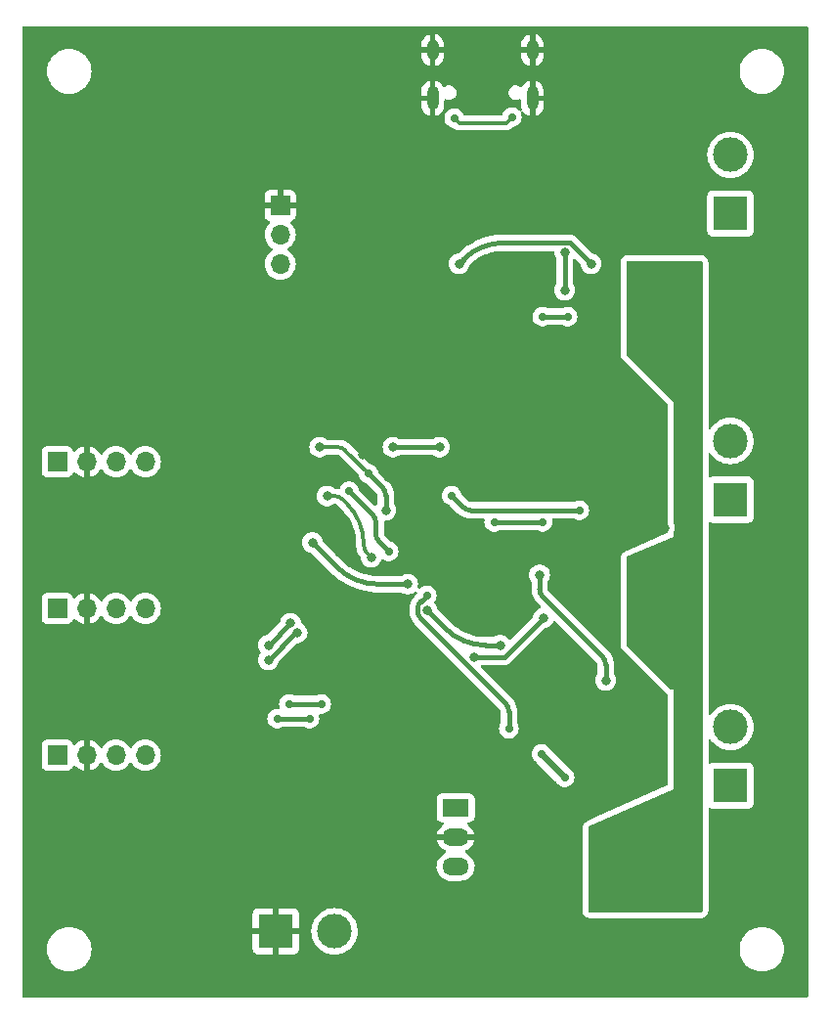
<source format=gbr>
%TF.GenerationSoftware,KiCad,Pcbnew,7.0.9-7.0.9~ubuntu22.04.1*%
%TF.CreationDate,2023-12-07T20:45:01+01:00*%
%TF.ProjectId,Carte_Base_roulante_2024,43617274-655f-4426-9173-655f726f756c,rev?*%
%TF.SameCoordinates,Original*%
%TF.FileFunction,Copper,L2,Bot*%
%TF.FilePolarity,Positive*%
%FSLAX46Y46*%
G04 Gerber Fmt 4.6, Leading zero omitted, Abs format (unit mm)*
G04 Created by KiCad (PCBNEW 7.0.9-7.0.9~ubuntu22.04.1) date 2023-12-07 20:45:01*
%MOMM*%
%LPD*%
G01*
G04 APERTURE LIST*
%TA.AperFunction,ComponentPad*%
%ADD10R,3.000000X3.000000*%
%TD*%
%TA.AperFunction,ComponentPad*%
%ADD11C,3.000000*%
%TD*%
%TA.AperFunction,ComponentPad*%
%ADD12R,1.700000X1.700000*%
%TD*%
%TA.AperFunction,ComponentPad*%
%ADD13O,1.700000X1.700000*%
%TD*%
%TA.AperFunction,ComponentPad*%
%ADD14O,1.000000X2.100000*%
%TD*%
%TA.AperFunction,ComponentPad*%
%ADD15O,1.000000X1.800000*%
%TD*%
%TA.AperFunction,ComponentPad*%
%ADD16R,2.300000X1.500000*%
%TD*%
%TA.AperFunction,ComponentPad*%
%ADD17O,2.300000X1.500000*%
%TD*%
%TA.AperFunction,ViaPad*%
%ADD18C,0.800000*%
%TD*%
%TA.AperFunction,ViaPad*%
%ADD19C,0.700000*%
%TD*%
%TA.AperFunction,Conductor*%
%ADD20C,0.400000*%
%TD*%
%TA.AperFunction,Conductor*%
%ADD21C,0.600000*%
%TD*%
%TA.AperFunction,Conductor*%
%ADD22C,0.300000*%
%TD*%
G04 APERTURE END LIST*
D10*
%TO.P,MOT3,1,Pin_1*%
%TO.N,Net-(MOT3-Pin_1)*%
X148265000Y-128850000D03*
D11*
%TO.P,MOT3,2,Pin_2*%
%TO.N,Net-(MOT3-Pin_2)*%
X148265000Y-123770000D03*
%TD*%
D12*
%TO.P,ENC 2,1,Pin_1*%
%TO.N,+5V*%
X89972000Y-113505000D03*
D13*
%TO.P,ENC 2,2,Pin_2*%
%TO.N,GND*%
X92512000Y-113505000D03*
%TO.P,ENC 2,3,Pin_3*%
%TO.N,Enc2_A*%
X95052000Y-113505000D03*
%TO.P,ENC 2,4,Pin_4*%
%TO.N,Enc2_B*%
X97592000Y-113505000D03*
%TD*%
D14*
%TO.P,USB-C1,S,Shield*%
%TO.N,GND*%
X131118000Y-69335000D03*
D15*
X131118000Y-65155000D03*
D14*
X122478000Y-69335000D03*
D15*
X122478000Y-65155000D03*
%TD*%
D12*
%TO.P,UART4,1,Pin_1*%
%TO.N,GND*%
X109276000Y-78595000D03*
D13*
%TO.P,UART4,2,Pin_2*%
%TO.N,UART4_TX*%
X109276000Y-81135000D03*
%TO.P,UART4,3,Pin_3*%
%TO.N,UART4_RX*%
X109276000Y-83675000D03*
%TD*%
D12*
%TO.P,ENC 1,1,Pin_1*%
%TO.N,+5V*%
X89972000Y-126205000D03*
D13*
%TO.P,ENC 1,2,Pin_2*%
%TO.N,GND*%
X92512000Y-126205000D03*
%TO.P,ENC 1,3,Pin_3*%
%TO.N,Enc1_A*%
X95052000Y-126205000D03*
%TO.P,ENC 1,4,Pin_4*%
%TO.N,Enc1_B*%
X97592000Y-126205000D03*
%TD*%
D12*
%TO.P,ENC 3,1,Pin_1*%
%TO.N,+5V*%
X89972000Y-100805000D03*
D13*
%TO.P,ENC 3,2,Pin_2*%
%TO.N,GND*%
X92512000Y-100805000D03*
%TO.P,ENC 3,3,Pin_3*%
%TO.N,Enc3_A*%
X95052000Y-100805000D03*
%TO.P,ENC 3,4,Pin_4*%
%TO.N,Enc3_B*%
X97592000Y-100805000D03*
%TD*%
D16*
%TO.P,Transfo18->5,1,IN*%
%TO.N,+BATT*%
X124467500Y-130743000D03*
D17*
%TO.P,Transfo18->5,2,GND*%
%TO.N,GND*%
X124467500Y-133283000D03*
%TO.P,Transfo18->5,3,OUT*%
%TO.N,Net-(D2-A)*%
X124467500Y-135823000D03*
%TD*%
D10*
%TO.P,ALIM1,1,Pin_1*%
%TO.N,GND*%
X108895000Y-141445000D03*
D11*
%TO.P,ALIM1,2,Pin_2*%
%TO.N,Net-(ALIM1-Pin_2)*%
X113975000Y-141445000D03*
%TD*%
D10*
%TO.P,MOT2,1,Pin_1*%
%TO.N,Net-(MOT2-Pin_1)*%
X148265000Y-104085000D03*
D11*
%TO.P,MOT2,2,Pin_2*%
%TO.N,Net-(MOT2-Pin_2)*%
X148265000Y-99005000D03*
%TD*%
D10*
%TO.P,MOT1,1,Pin_1*%
%TO.N,Net-(MOT1-Pin_1)*%
X148265000Y-79320000D03*
D11*
%TO.P,MOT1,2,Pin_2*%
%TO.N,Net-(MOT1-Pin_2)*%
X148265000Y-74240000D03*
%TD*%
D18*
%TO.N,PWM1*%
X133914000Y-82644000D03*
%TO.N,GND*%
X135890000Y-124714000D03*
X139192000Y-123444000D03*
X142240000Y-127762000D03*
X139192000Y-129032000D03*
X142240000Y-124714000D03*
X136906000Y-123444000D03*
X136906000Y-104140000D03*
X135890000Y-99822000D03*
X139192000Y-98552000D03*
X142240000Y-102870000D03*
X139192000Y-104140000D03*
X135890000Y-102870000D03*
X142240000Y-99822000D03*
X136906000Y-98552000D03*
%TO.N,+BATT*%
X139756000Y-116287000D03*
X144836000Y-87854000D03*
X141026000Y-139032000D03*
X145090000Y-110445000D03*
X144836000Y-90902000D03*
X140010000Y-91156000D03*
X145090000Y-116287000D03*
X142042000Y-85314000D03*
X145090000Y-113493000D03*
X141026000Y-133698000D03*
X144836000Y-85822000D03*
X137216000Y-139032000D03*
X136454000Y-135222000D03*
X142296000Y-110445000D03*
%TO.N,GND*%
X150678000Y-111969000D03*
X116388000Y-100170000D03*
X101402000Y-142588000D03*
X113538000Y-92550000D03*
X138994000Y-94836000D03*
X118615710Y-102141149D03*
X135890000Y-78232000D03*
X135890000Y-75184000D03*
X93274000Y-136492000D03*
X150678000Y-113493000D03*
X109784000Y-119474000D03*
X130612000Y-144366000D03*
X101402000Y-140556000D03*
X124516000Y-120236000D03*
X136906000Y-73914000D03*
X109276000Y-112362000D03*
X150424000Y-84806000D03*
X150424000Y-86330000D03*
X139502000Y-70198000D03*
X101402000Y-132428000D03*
X109022000Y-135222000D03*
X130358000Y-127094000D03*
X127564000Y-144366000D03*
X147630000Y-133698000D03*
X138213000Y-86525000D03*
X123020000Y-74090000D03*
X129088000Y-144366000D03*
X133533000Y-132428000D03*
X150424000Y-87854000D03*
X142550000Y-106520000D03*
X126040000Y-144366000D03*
X136906000Y-79502000D03*
X120452000Y-124554000D03*
X133660000Y-144366000D03*
X101402000Y-141572000D03*
X132136000Y-144366000D03*
X150678000Y-110699000D03*
X138213000Y-111002000D03*
X138994000Y-119728000D03*
X101402000Y-114648000D03*
X118674000Y-124554000D03*
X116896000Y-124554000D03*
X139192000Y-73914000D03*
X135184000Y-144366000D03*
X142240000Y-78232000D03*
X129342000Y-85466000D03*
X126802000Y-108044000D03*
X114375074Y-108676795D03*
X142804000Y-82390000D03*
X112324000Y-92550000D03*
X113848000Y-115918000D03*
X142240000Y-75184000D03*
X139192000Y-79502000D03*
X116388000Y-97736000D03*
X110292000Y-106774000D03*
X116020000Y-78090000D03*
%TO.N,+3.3V*%
X123085500Y-99535000D03*
D19*
X133914000Y-128110000D03*
X135184000Y-104996000D03*
X131894500Y-126078000D03*
X124111500Y-103726000D03*
D18*
X136200000Y-83660000D03*
X119055000Y-99535000D03*
X124770000Y-83660000D03*
X112070000Y-107790000D03*
X120320748Y-111397000D03*
D19*
%TO.N,VBUS*%
X124348000Y-71046000D03*
X129342000Y-70960000D03*
D18*
%TO.N,Enc2_A*%
X110735006Y-115596035D03*
X108260000Y-117950000D03*
%TO.N,Enc2_B*%
X110165000Y-114775000D03*
X108260000Y-116680000D03*
D19*
%TO.N,Enc1_A*%
X112832000Y-121760000D03*
X110038000Y-121760000D03*
%TO.N,Enc1_B*%
X109022000Y-123030000D03*
X111816000Y-123030000D03*
D18*
%TO.N,DIS*%
X131738140Y-110584000D03*
D19*
X127818000Y-106012000D03*
X131977088Y-88232000D03*
D18*
X137470000Y-119728000D03*
D19*
X131977088Y-106012000D03*
X134168000Y-88232000D03*
%TO.N,MEAS_VBAT*%
X129088000Y-123895500D03*
X121976000Y-112362000D03*
%TO.N,SPI1_SCK*%
X116950758Y-101843072D03*
D18*
X118420000Y-104996000D03*
X112705000Y-99535000D03*
%TO.N,SPI1_MISO*%
X113340000Y-103772500D03*
X117150000Y-109060000D03*
D19*
%TO.N,SPI1_CS_IMU*%
X118674000Y-108552000D03*
X115245000Y-103345000D03*
D18*
%TO.N,DIR2*%
X132066332Y-114324332D03*
X126040000Y-117696000D03*
%TO.N,PWM1*%
X133914000Y-85946000D03*
%TO.N,ERROR_FLAG*%
X128326000Y-116680000D03*
X121976000Y-113632000D03*
%TD*%
D20*
%TO.N,DIR2*%
X132066332Y-114324332D02*
X128694664Y-117696000D01*
X128694664Y-117696000D02*
X126040000Y-117696000D01*
%TO.N,+3.3V*%
X128657068Y-81843978D02*
G75*
G03*
X125121535Y-83308467I32J-5000022D01*
G01*
X136200000Y-83660000D02*
X134384000Y-81844000D01*
X134384000Y-81844000D02*
X128657068Y-81844000D01*
X125121534Y-83308466D02*
X124770000Y-83660000D01*
X133914000Y-128110000D02*
X133914000Y-128097500D01*
X135184000Y-104996000D02*
X125795714Y-104996000D01*
D21*
X131894500Y-126090500D02*
X133914000Y-128110000D01*
D20*
X125088607Y-104703107D02*
X124111500Y-103726000D01*
D21*
X131894500Y-126078000D02*
X131894500Y-126090500D01*
D20*
X117748068Y-111397000D02*
X120320748Y-111397000D01*
X112070000Y-107790000D02*
X114212534Y-109932534D01*
X119055000Y-99535000D02*
X123085500Y-99535000D01*
X114212550Y-109932518D02*
G75*
G03*
X117748068Y-111397000I3535550J3535518D01*
G01*
X125088600Y-104703114D02*
G75*
G03*
X125795714Y-104996000I707100J707114D01*
G01*
D22*
%TO.N,VBUS*%
X129342000Y-70960000D02*
X128834000Y-71468000D01*
X124770000Y-71468000D02*
X124348000Y-71046000D01*
X128834000Y-71468000D02*
X124770000Y-71468000D01*
D20*
%TO.N,Enc2_A*%
X110735006Y-115596035D02*
X110613965Y-115596035D01*
X110613965Y-115596035D02*
X108260000Y-117950000D01*
%TO.N,Enc2_B*%
X108260000Y-116680000D02*
X110165000Y-114775000D01*
%TO.N,Enc1_A*%
X110038000Y-121760000D02*
X112832000Y-121760000D01*
%TO.N,Enc1_B*%
X109022000Y-123030000D02*
X111816000Y-123030000D01*
%TO.N,DIS*%
X137177107Y-117657107D02*
X132031033Y-112511033D01*
X134168000Y-88232000D02*
X131977088Y-88232000D01*
X131738140Y-111803926D02*
X131738140Y-110694140D01*
X127818000Y-106012000D02*
X131977088Y-106012000D01*
X137470000Y-119728000D02*
X137470000Y-118364214D01*
X137469990Y-118364214D02*
G75*
G03*
X137177107Y-117657107I-999990J14D01*
G01*
X131738110Y-111803926D02*
G75*
G03*
X132031033Y-112511033I999990J26D01*
G01*
%TO.N,MEAS_VBAT*%
X125024000Y-117950000D02*
X121468893Y-114394893D01*
X121468893Y-112869107D02*
X121976000Y-112362000D01*
X129088000Y-123895500D02*
X129088000Y-122428214D01*
X121176000Y-113687786D02*
X121176000Y-113576214D01*
X128795107Y-121721107D02*
X125024000Y-117950000D01*
X121176010Y-113687786D02*
G75*
G03*
X121468893Y-114394893I999990J-14D01*
G01*
X121468886Y-112869100D02*
G75*
G03*
X121176000Y-113576214I707114J-707100D01*
G01*
X129087990Y-122428214D02*
G75*
G03*
X128795107Y-121721107I-999990J14D01*
G01*
%TO.N,SPI1_SCK*%
X118127107Y-103019421D02*
X116950758Y-101843072D01*
D22*
X114935579Y-99827893D02*
X116950758Y-101843072D01*
X112705000Y-99535000D02*
X114228472Y-99535000D01*
D20*
X118420000Y-104996000D02*
X118420000Y-103726528D01*
X118419980Y-103726528D02*
G75*
G03*
X118127107Y-103019421I-999980J28D01*
G01*
D22*
X114935593Y-99827879D02*
G75*
G03*
X114228472Y-99535000I-707093J-707121D01*
G01*
%TO.N,SPI1_MISO*%
X116515000Y-108010786D02*
X116515000Y-107956068D01*
X115050534Y-104420534D02*
X114695393Y-104065393D01*
X113988286Y-103772500D02*
X113340000Y-103772500D01*
X117150000Y-109060000D02*
X116807893Y-108717893D01*
X116515022Y-107956068D02*
G75*
G03*
X115050533Y-104420535I-5000022J-32D01*
G01*
X116515010Y-108010786D02*
G75*
G03*
X116807893Y-108717893I999990J-14D01*
G01*
X114695400Y-104065386D02*
G75*
G03*
X113988286Y-103772500I-707100J-707114D01*
G01*
D20*
%TO.N,SPI1_CS_IMU*%
X117853393Y-107731393D02*
X118674000Y-108552000D01*
X117560500Y-106074714D02*
X117560500Y-107024286D01*
X115245000Y-103345000D02*
X117267607Y-105367607D01*
X117560490Y-106074714D02*
G75*
G03*
X117267607Y-105367607I-999990J14D01*
G01*
X117560510Y-107024286D02*
G75*
G03*
X117853393Y-107731393I999990J-14D01*
G01*
%TO.N,PWM1*%
X133914000Y-82644000D02*
X133914000Y-85946000D01*
%TO.N,ERROR_FLAG*%
X128326000Y-116680000D02*
X127095068Y-116680000D01*
X123559534Y-115215534D02*
X121976000Y-113632000D01*
X123559550Y-115215518D02*
G75*
G03*
X127095068Y-116680000I3535550J3535518D01*
G01*
%TD*%
%TA.AperFunction,Conductor*%
%TO.N,GND*%
G36*
X154943039Y-63105685D02*
G01*
X154988794Y-63158489D01*
X155000000Y-63210000D01*
X155000000Y-147036000D01*
X154980315Y-147103039D01*
X154927511Y-147148794D01*
X154876000Y-147160000D01*
X87048000Y-147160000D01*
X86980961Y-147140315D01*
X86935206Y-147087511D01*
X86924000Y-147036000D01*
X86924000Y-143000001D01*
X89064569Y-143000001D01*
X89084269Y-143275442D01*
X89084270Y-143275449D01*
X89142966Y-143545267D01*
X89142968Y-143545274D01*
X89202884Y-143705917D01*
X89239470Y-143804008D01*
X89239472Y-143804012D01*
X89371808Y-144046367D01*
X89371813Y-144046375D01*
X89537292Y-144267430D01*
X89537308Y-144267448D01*
X89732551Y-144462691D01*
X89732569Y-144462707D01*
X89953624Y-144628186D01*
X89953632Y-144628191D01*
X90195987Y-144760527D01*
X90195991Y-144760529D01*
X90195993Y-144760530D01*
X90454726Y-144857032D01*
X90724559Y-144915731D01*
X90931056Y-144930500D01*
X91068944Y-144930500D01*
X91275441Y-144915731D01*
X91545274Y-144857032D01*
X91804007Y-144760530D01*
X92046373Y-144628188D01*
X92267438Y-144462701D01*
X92462701Y-144267438D01*
X92628188Y-144046373D01*
X92760530Y-143804007D01*
X92857032Y-143545274D01*
X92915731Y-143275441D01*
X92935431Y-143000000D01*
X92934919Y-142992844D01*
X106895000Y-142992844D01*
X106901401Y-143052372D01*
X106901403Y-143052379D01*
X106951645Y-143187086D01*
X106951649Y-143187093D01*
X107037809Y-143302187D01*
X107037812Y-143302190D01*
X107152906Y-143388350D01*
X107152913Y-143388354D01*
X107287620Y-143438596D01*
X107287627Y-143438598D01*
X107347155Y-143444999D01*
X107347172Y-143445000D01*
X108645000Y-143445000D01*
X108645000Y-142166802D01*
X108806169Y-142205000D01*
X108939267Y-142205000D01*
X109071461Y-142189549D01*
X109145000Y-142162782D01*
X109145000Y-143445000D01*
X110442828Y-143445000D01*
X110442844Y-143444999D01*
X110502372Y-143438598D01*
X110502379Y-143438596D01*
X110637086Y-143388354D01*
X110637093Y-143388350D01*
X110752187Y-143302190D01*
X110752190Y-143302187D01*
X110838350Y-143187093D01*
X110838354Y-143187086D01*
X110888596Y-143052379D01*
X110888598Y-143052372D01*
X110894999Y-142992844D01*
X110895000Y-142992827D01*
X110895000Y-141695000D01*
X109613483Y-141695000D01*
X109648549Y-141577871D01*
X109656288Y-141445001D01*
X111969390Y-141445001D01*
X111989804Y-141730433D01*
X112050628Y-142010037D01*
X112050630Y-142010043D01*
X112050631Y-142010046D01*
X112119984Y-142195987D01*
X112150635Y-142278166D01*
X112287770Y-142529309D01*
X112287775Y-142529317D01*
X112459254Y-142758387D01*
X112459270Y-142758405D01*
X112661594Y-142960729D01*
X112661612Y-142960745D01*
X112890682Y-143132224D01*
X112890690Y-143132229D01*
X113141833Y-143269364D01*
X113141832Y-143269364D01*
X113141836Y-143269365D01*
X113141839Y-143269367D01*
X113409954Y-143369369D01*
X113409960Y-143369370D01*
X113409962Y-143369371D01*
X113689566Y-143430195D01*
X113689568Y-143430195D01*
X113689572Y-143430196D01*
X113943220Y-143448337D01*
X113974999Y-143450610D01*
X113975000Y-143450610D01*
X113975001Y-143450610D01*
X114003595Y-143448564D01*
X114260428Y-143430196D01*
X114540046Y-143369369D01*
X114808161Y-143269367D01*
X115059315Y-143132226D01*
X115235947Y-143000001D01*
X149064569Y-143000001D01*
X149084269Y-143275442D01*
X149084270Y-143275449D01*
X149142966Y-143545267D01*
X149142968Y-143545274D01*
X149202884Y-143705917D01*
X149239470Y-143804008D01*
X149239472Y-143804012D01*
X149371808Y-144046367D01*
X149371813Y-144046375D01*
X149537292Y-144267430D01*
X149537308Y-144267448D01*
X149732551Y-144462691D01*
X149732569Y-144462707D01*
X149953624Y-144628186D01*
X149953632Y-144628191D01*
X150195987Y-144760527D01*
X150195991Y-144760529D01*
X150195993Y-144760530D01*
X150454726Y-144857032D01*
X150724559Y-144915731D01*
X150931056Y-144930500D01*
X151068944Y-144930500D01*
X151275441Y-144915731D01*
X151545274Y-144857032D01*
X151804007Y-144760530D01*
X152046373Y-144628188D01*
X152267438Y-144462701D01*
X152462701Y-144267438D01*
X152628188Y-144046373D01*
X152760530Y-143804007D01*
X152857032Y-143545274D01*
X152915731Y-143275441D01*
X152935431Y-143000000D01*
X152915731Y-142724559D01*
X152857032Y-142454726D01*
X152760530Y-142195993D01*
X152757011Y-142189549D01*
X152628191Y-141953632D01*
X152628186Y-141953624D01*
X152462707Y-141732569D01*
X152462691Y-141732551D01*
X152267448Y-141537308D01*
X152267430Y-141537292D01*
X152046375Y-141371813D01*
X152046367Y-141371808D01*
X151804012Y-141239472D01*
X151804008Y-141239470D01*
X151684778Y-141195000D01*
X151545274Y-141142968D01*
X151545270Y-141142967D01*
X151545267Y-141142966D01*
X151275449Y-141084270D01*
X151275442Y-141084269D01*
X151068944Y-141069500D01*
X150931056Y-141069500D01*
X150724557Y-141084269D01*
X150724550Y-141084270D01*
X150454732Y-141142966D01*
X150454727Y-141142967D01*
X150454726Y-141142968D01*
X150410225Y-141159566D01*
X150195991Y-141239470D01*
X150195987Y-141239472D01*
X149953632Y-141371808D01*
X149953624Y-141371813D01*
X149732569Y-141537292D01*
X149732551Y-141537308D01*
X149537308Y-141732551D01*
X149537292Y-141732569D01*
X149371813Y-141953624D01*
X149371808Y-141953632D01*
X149239472Y-142195987D01*
X149239470Y-142195991D01*
X149142966Y-142454732D01*
X149084270Y-142724550D01*
X149084269Y-142724557D01*
X149064569Y-142999998D01*
X149064569Y-143000001D01*
X115235947Y-143000001D01*
X115288395Y-142960739D01*
X115490739Y-142758395D01*
X115662226Y-142529315D01*
X115799367Y-142278161D01*
X115899369Y-142010046D01*
X115960196Y-141730428D01*
X115980610Y-141445000D01*
X115960196Y-141159572D01*
X115956358Y-141141930D01*
X115899371Y-140879962D01*
X115899370Y-140879960D01*
X115899369Y-140879954D01*
X115799367Y-140611839D01*
X115662226Y-140360685D01*
X115607774Y-140287945D01*
X115490745Y-140131612D01*
X115490729Y-140131594D01*
X115288405Y-139929270D01*
X115288387Y-139929254D01*
X115059317Y-139757775D01*
X115059309Y-139757770D01*
X114898571Y-139670000D01*
X135440500Y-139670000D01*
X135440501Y-139670009D01*
X135452052Y-139777450D01*
X135452054Y-139777462D01*
X135463260Y-139828972D01*
X135497383Y-139931497D01*
X135497386Y-139931503D01*
X135575171Y-140052537D01*
X135575179Y-140052548D01*
X135620923Y-140105340D01*
X135620926Y-140105343D01*
X135620930Y-140105347D01*
X135729664Y-140199567D01*
X135729667Y-140199568D01*
X135729668Y-140199569D01*
X135823925Y-140242616D01*
X135860541Y-140259338D01*
X135905357Y-140272497D01*
X135927575Y-140279022D01*
X135927580Y-140279023D01*
X135927584Y-140279024D01*
X136070000Y-140299500D01*
X136070003Y-140299500D01*
X145727990Y-140299500D01*
X145728000Y-140299500D01*
X145835456Y-140287947D01*
X145886967Y-140276741D01*
X145921197Y-140265347D01*
X145989497Y-140242616D01*
X145989501Y-140242613D01*
X145989504Y-140242613D01*
X146110543Y-140164825D01*
X146163347Y-140119070D01*
X146257567Y-140010336D01*
X146317338Y-139879459D01*
X146337023Y-139812420D01*
X146337024Y-139812416D01*
X146357500Y-139670000D01*
X146357500Y-130910785D01*
X146377185Y-130843746D01*
X146429989Y-130797991D01*
X146499147Y-130788047D01*
X146524831Y-130794602D01*
X146656592Y-130843746D01*
X146657517Y-130844091D01*
X146657516Y-130844091D01*
X146664444Y-130844835D01*
X146717127Y-130850500D01*
X149812872Y-130850499D01*
X149872483Y-130844091D01*
X150007331Y-130793796D01*
X150122546Y-130707546D01*
X150208796Y-130592331D01*
X150259091Y-130457483D01*
X150265500Y-130397873D01*
X150265499Y-127302128D01*
X150260299Y-127253757D01*
X150259091Y-127242516D01*
X150208797Y-127107671D01*
X150208793Y-127107664D01*
X150122547Y-126992455D01*
X150122544Y-126992452D01*
X150007335Y-126906206D01*
X150007328Y-126906202D01*
X149872482Y-126855908D01*
X149872483Y-126855908D01*
X149812883Y-126849501D01*
X149812881Y-126849500D01*
X149812873Y-126849500D01*
X149812864Y-126849500D01*
X146717129Y-126849500D01*
X146717123Y-126849501D01*
X146657516Y-126855908D01*
X146524833Y-126905396D01*
X146455141Y-126910380D01*
X146393818Y-126876894D01*
X146360334Y-126815571D01*
X146357500Y-126789214D01*
X146357500Y-124932623D01*
X146377185Y-124865584D01*
X146429989Y-124819829D01*
X146499147Y-124809885D01*
X146562703Y-124838910D01*
X146580766Y-124858312D01*
X146600885Y-124885188D01*
X146749254Y-125083387D01*
X146749270Y-125083405D01*
X146951594Y-125285729D01*
X146951612Y-125285745D01*
X147180682Y-125457224D01*
X147180690Y-125457229D01*
X147431833Y-125594364D01*
X147431832Y-125594364D01*
X147431836Y-125594365D01*
X147431839Y-125594367D01*
X147699954Y-125694369D01*
X147699960Y-125694370D01*
X147699962Y-125694371D01*
X147979566Y-125755195D01*
X147979568Y-125755195D01*
X147979572Y-125755196D01*
X148233220Y-125773337D01*
X148264999Y-125775610D01*
X148265000Y-125775610D01*
X148265001Y-125775610D01*
X148293595Y-125773564D01*
X148550428Y-125755196D01*
X148614147Y-125741335D01*
X148830037Y-125694371D01*
X148830037Y-125694370D01*
X148830046Y-125694369D01*
X149098161Y-125594367D01*
X149349315Y-125457226D01*
X149578395Y-125285739D01*
X149780739Y-125083395D01*
X149952226Y-124854315D01*
X150089367Y-124603161D01*
X150189369Y-124335046D01*
X150189371Y-124335037D01*
X150250195Y-124055433D01*
X150250195Y-124055432D01*
X150250196Y-124055428D01*
X150270566Y-123770610D01*
X150270610Y-123770001D01*
X150270610Y-123769998D01*
X150263138Y-123665523D01*
X150250196Y-123484572D01*
X150189369Y-123204954D01*
X150089367Y-122936839D01*
X149999804Y-122772818D01*
X149952229Y-122685690D01*
X149952224Y-122685682D01*
X149780745Y-122456612D01*
X149780729Y-122456594D01*
X149578405Y-122254270D01*
X149578387Y-122254254D01*
X149349317Y-122082775D01*
X149349309Y-122082770D01*
X149098166Y-121945635D01*
X149098167Y-121945635D01*
X148923391Y-121880447D01*
X148830046Y-121845631D01*
X148830043Y-121845630D01*
X148830037Y-121845628D01*
X148550433Y-121784804D01*
X148265001Y-121764390D01*
X148264999Y-121764390D01*
X147979566Y-121784804D01*
X147699962Y-121845628D01*
X147431833Y-121945635D01*
X147180690Y-122082770D01*
X147180682Y-122082775D01*
X146951612Y-122254254D01*
X146951594Y-122254270D01*
X146749270Y-122456594D01*
X146749254Y-122456612D01*
X146580767Y-122681686D01*
X146524834Y-122723558D01*
X146455142Y-122728542D01*
X146393819Y-122695057D01*
X146360334Y-122633734D01*
X146357500Y-122607376D01*
X146357500Y-106145785D01*
X146377185Y-106078746D01*
X146429989Y-106032991D01*
X146499147Y-106023047D01*
X146524831Y-106029602D01*
X146645755Y-106074704D01*
X146657517Y-106079091D01*
X146657516Y-106079091D01*
X146664444Y-106079835D01*
X146717127Y-106085500D01*
X149812872Y-106085499D01*
X149872483Y-106079091D01*
X150007331Y-106028796D01*
X150122546Y-105942546D01*
X150208796Y-105827331D01*
X150259091Y-105692483D01*
X150265500Y-105632873D01*
X150265499Y-102537128D01*
X150259091Y-102477517D01*
X150255650Y-102468292D01*
X150208797Y-102342671D01*
X150208793Y-102342664D01*
X150122547Y-102227455D01*
X150122544Y-102227452D01*
X150007335Y-102141206D01*
X150007328Y-102141202D01*
X149872482Y-102090908D01*
X149872483Y-102090908D01*
X149812883Y-102084501D01*
X149812881Y-102084500D01*
X149812873Y-102084500D01*
X149812864Y-102084500D01*
X146717129Y-102084500D01*
X146717123Y-102084501D01*
X146657516Y-102090908D01*
X146524833Y-102140396D01*
X146455141Y-102145380D01*
X146393818Y-102111894D01*
X146360334Y-102050571D01*
X146357500Y-102024214D01*
X146357500Y-100167623D01*
X146377185Y-100100584D01*
X146429989Y-100054829D01*
X146499147Y-100044885D01*
X146562703Y-100073910D01*
X146580767Y-100093313D01*
X146749254Y-100318387D01*
X146749270Y-100318405D01*
X146951594Y-100520729D01*
X146951612Y-100520745D01*
X147180682Y-100692224D01*
X147180690Y-100692229D01*
X147431833Y-100829364D01*
X147431832Y-100829364D01*
X147431836Y-100829365D01*
X147431839Y-100829367D01*
X147699954Y-100929369D01*
X147699960Y-100929370D01*
X147699962Y-100929371D01*
X147979566Y-100990195D01*
X147979568Y-100990195D01*
X147979572Y-100990196D01*
X148233220Y-101008337D01*
X148264999Y-101010610D01*
X148265000Y-101010610D01*
X148265001Y-101010610D01*
X148293595Y-101008564D01*
X148550428Y-100990196D01*
X148681731Y-100961633D01*
X148830037Y-100929371D01*
X148830037Y-100929370D01*
X148830046Y-100929369D01*
X149098161Y-100829367D01*
X149349315Y-100692226D01*
X149578395Y-100520739D01*
X149780739Y-100318395D01*
X149952226Y-100089315D01*
X150089367Y-99838161D01*
X150189369Y-99570046D01*
X150197842Y-99531097D01*
X150250195Y-99290433D01*
X150250195Y-99290432D01*
X150250196Y-99290428D01*
X150270610Y-99005000D01*
X150250196Y-98719572D01*
X150240251Y-98673857D01*
X150189371Y-98439962D01*
X150189370Y-98439960D01*
X150189369Y-98439954D01*
X150089367Y-98171839D01*
X149972906Y-97958558D01*
X149952229Y-97920690D01*
X149952224Y-97920682D01*
X149780745Y-97691612D01*
X149780729Y-97691594D01*
X149578405Y-97489270D01*
X149578387Y-97489254D01*
X149349317Y-97317775D01*
X149349309Y-97317770D01*
X149098166Y-97180635D01*
X149098167Y-97180635D01*
X148990915Y-97140632D01*
X148830046Y-97080631D01*
X148830043Y-97080630D01*
X148830037Y-97080628D01*
X148550433Y-97019804D01*
X148265001Y-96999390D01*
X148264999Y-96999390D01*
X147979566Y-97019804D01*
X147699962Y-97080628D01*
X147431833Y-97180635D01*
X147180690Y-97317770D01*
X147180682Y-97317775D01*
X146951612Y-97489254D01*
X146951594Y-97489270D01*
X146749270Y-97691594D01*
X146749254Y-97691612D01*
X146580767Y-97916686D01*
X146524834Y-97958558D01*
X146455142Y-97963542D01*
X146393819Y-97930057D01*
X146360334Y-97868734D01*
X146357500Y-97842376D01*
X146357500Y-83530010D01*
X146357500Y-83530000D01*
X146345947Y-83422544D01*
X146334741Y-83371033D01*
X146318438Y-83322050D01*
X146300616Y-83268502D01*
X146300613Y-83268496D01*
X146241437Y-83176417D01*
X146222825Y-83147457D01*
X146222820Y-83147451D01*
X146177076Y-83094659D01*
X146177072Y-83094656D01*
X146177070Y-83094653D01*
X146068336Y-83000433D01*
X146068333Y-83000431D01*
X146068331Y-83000430D01*
X145937465Y-82940664D01*
X145937460Y-82940662D01*
X145937459Y-82940662D01*
X145914858Y-82934025D01*
X145870425Y-82920978D01*
X145870419Y-82920976D01*
X145784966Y-82908690D01*
X145728000Y-82900500D01*
X139372000Y-82900500D01*
X139371991Y-82900500D01*
X139371990Y-82900501D01*
X139264549Y-82912052D01*
X139264537Y-82912054D01*
X139213027Y-82923260D01*
X139110502Y-82957383D01*
X139110496Y-82957386D01*
X138989462Y-83035171D01*
X138989451Y-83035179D01*
X138936659Y-83080923D01*
X138842433Y-83189664D01*
X138842430Y-83189668D01*
X138782664Y-83320534D01*
X138762978Y-83387575D01*
X138762976Y-83387580D01*
X138755499Y-83439586D01*
X138742502Y-83529990D01*
X138742500Y-83530001D01*
X138742500Y-91496173D01*
X138743950Y-91523227D01*
X138743950Y-91523228D01*
X138748231Y-91563036D01*
X138756885Y-91616445D01*
X138756885Y-91616447D01*
X138807166Y-91751252D01*
X138807168Y-91751257D01*
X138840653Y-91812580D01*
X138926877Y-91927761D01*
X138926881Y-91927765D01*
X138926886Y-91927771D01*
X142770181Y-95771065D01*
X142803666Y-95832388D01*
X142806500Y-95858746D01*
X142806500Y-106005603D01*
X142817020Y-106085500D01*
X142823725Y-106136430D01*
X142826232Y-106145785D01*
X142840338Y-106198432D01*
X142890835Y-106320341D01*
X142890844Y-106320359D01*
X142906317Y-106347160D01*
X142916861Y-106370840D01*
X142934468Y-106425028D01*
X142939858Y-106450386D01*
X142945812Y-106507039D01*
X142945812Y-106532960D01*
X142939858Y-106589615D01*
X142934468Y-106614973D01*
X142916865Y-106669149D01*
X142906322Y-106692830D01*
X142890842Y-106719642D01*
X142890840Y-106719645D01*
X142890838Y-106719650D01*
X142877185Y-106752612D01*
X142840336Y-106841570D01*
X142840336Y-106841571D01*
X142826930Y-106891603D01*
X142790564Y-106951264D01*
X142756857Y-106973112D01*
X140296922Y-108049335D01*
X139117602Y-108565288D01*
X139113840Y-108566973D01*
X139110496Y-108568485D01*
X139110494Y-108568485D01*
X139110490Y-108568488D01*
X138989462Y-108646268D01*
X138989451Y-108646277D01*
X138936659Y-108692021D01*
X138842433Y-108800762D01*
X138842430Y-108800766D01*
X138782664Y-108931632D01*
X138762978Y-108998673D01*
X138762976Y-108998678D01*
X138742500Y-109141099D01*
X138742500Y-116642173D01*
X138743950Y-116669227D01*
X138743950Y-116669228D01*
X138748231Y-116709036D01*
X138756885Y-116762445D01*
X138756885Y-116762447D01*
X138796351Y-116868256D01*
X138807168Y-116897257D01*
X138840653Y-116958580D01*
X138926877Y-117073761D01*
X138926881Y-117073765D01*
X138926886Y-117073771D01*
X142673819Y-120820704D01*
X142673820Y-120820704D01*
X142693956Y-120838791D01*
X142693955Y-120838791D01*
X142725139Y-120863920D01*
X142725138Y-120863919D01*
X142725140Y-120863920D01*
X142725142Y-120863922D01*
X142755026Y-120885471D01*
X142797889Y-120940647D01*
X142806500Y-120986049D01*
X142806500Y-128718333D01*
X142786815Y-128785372D01*
X142734011Y-128831127D01*
X142733223Y-128831484D01*
X136689180Y-131540883D01*
X135811234Y-131934445D01*
X135809473Y-131935244D01*
X135809066Y-131935429D01*
X135808499Y-131935687D01*
X135808490Y-131935692D01*
X135687462Y-132013473D01*
X135687451Y-132013481D01*
X135634659Y-132059225D01*
X135540433Y-132167966D01*
X135540430Y-132167970D01*
X135480664Y-132298836D01*
X135460978Y-132365877D01*
X135460976Y-132365882D01*
X135453817Y-132415679D01*
X135440500Y-132508302D01*
X135440500Y-139670000D01*
X114898571Y-139670000D01*
X114808166Y-139620635D01*
X114808167Y-139620635D01*
X114700915Y-139580632D01*
X114540046Y-139520631D01*
X114540043Y-139520630D01*
X114540037Y-139520628D01*
X114260433Y-139459804D01*
X113975001Y-139439390D01*
X113974999Y-139439390D01*
X113689566Y-139459804D01*
X113409962Y-139520628D01*
X113141833Y-139620635D01*
X112890690Y-139757770D01*
X112890682Y-139757775D01*
X112661612Y-139929254D01*
X112661594Y-139929270D01*
X112459270Y-140131594D01*
X112459254Y-140131612D01*
X112287775Y-140360682D01*
X112287770Y-140360690D01*
X112150635Y-140611833D01*
X112050628Y-140879962D01*
X111989804Y-141159566D01*
X111969390Y-141444998D01*
X111969390Y-141445001D01*
X109656288Y-141445001D01*
X109658879Y-141400509D01*
X109628029Y-141225546D01*
X109614853Y-141195000D01*
X110895000Y-141195000D01*
X110895000Y-139897172D01*
X110894999Y-139897155D01*
X110888598Y-139837627D01*
X110888596Y-139837620D01*
X110838354Y-139702913D01*
X110838350Y-139702906D01*
X110752190Y-139587812D01*
X110752187Y-139587809D01*
X110637093Y-139501649D01*
X110637086Y-139501645D01*
X110502379Y-139451403D01*
X110502372Y-139451401D01*
X110442844Y-139445000D01*
X109145000Y-139445000D01*
X109145000Y-140723197D01*
X108983831Y-140685000D01*
X108850733Y-140685000D01*
X108718539Y-140700451D01*
X108645000Y-140727217D01*
X108645000Y-139445000D01*
X107347155Y-139445000D01*
X107287627Y-139451401D01*
X107287620Y-139451403D01*
X107152913Y-139501645D01*
X107152906Y-139501649D01*
X107037812Y-139587809D01*
X107037809Y-139587812D01*
X106951649Y-139702906D01*
X106951645Y-139702913D01*
X106901403Y-139837620D01*
X106901401Y-139837627D01*
X106895000Y-139897155D01*
X106895000Y-141195000D01*
X108176517Y-141195000D01*
X108141451Y-141312129D01*
X108131121Y-141489491D01*
X108161971Y-141664454D01*
X108175147Y-141695000D01*
X106895000Y-141695000D01*
X106895000Y-142992844D01*
X92934919Y-142992844D01*
X92915731Y-142724559D01*
X92857032Y-142454726D01*
X92760530Y-142195993D01*
X92757011Y-142189549D01*
X92628191Y-141953632D01*
X92628186Y-141953624D01*
X92462707Y-141732569D01*
X92462691Y-141732551D01*
X92267448Y-141537308D01*
X92267430Y-141537292D01*
X92046375Y-141371813D01*
X92046367Y-141371808D01*
X91804012Y-141239472D01*
X91804008Y-141239470D01*
X91684778Y-141195000D01*
X91545274Y-141142968D01*
X91545270Y-141142967D01*
X91545267Y-141142966D01*
X91275449Y-141084270D01*
X91275442Y-141084269D01*
X91068944Y-141069500D01*
X90931056Y-141069500D01*
X90724557Y-141084269D01*
X90724550Y-141084270D01*
X90454732Y-141142966D01*
X90454727Y-141142967D01*
X90454726Y-141142968D01*
X90410225Y-141159566D01*
X90195991Y-141239470D01*
X90195987Y-141239472D01*
X89953632Y-141371808D01*
X89953624Y-141371813D01*
X89732569Y-141537292D01*
X89732551Y-141537308D01*
X89537308Y-141732551D01*
X89537292Y-141732569D01*
X89371813Y-141953624D01*
X89371808Y-141953632D01*
X89239472Y-142195987D01*
X89239470Y-142195991D01*
X89142966Y-142454732D01*
X89084270Y-142724550D01*
X89084269Y-142724557D01*
X89064569Y-142999998D01*
X89064569Y-143000001D01*
X86924000Y-143000001D01*
X86924000Y-135879330D01*
X122813210Y-135879330D01*
X122843425Y-136102387D01*
X122843426Y-136102390D01*
X122912983Y-136316465D01*
X123019646Y-136514678D01*
X123019648Y-136514681D01*
X123159989Y-136690663D01*
X123159991Y-136690664D01*
X123159992Y-136690666D01*
X123329504Y-136838765D01*
X123522736Y-136954215D01*
X123733476Y-137033307D01*
X123954950Y-137073500D01*
X123954953Y-137073500D01*
X124923648Y-137073500D01*
X124923655Y-137073500D01*
X125091688Y-137058377D01*
X125091692Y-137058376D01*
X125308660Y-136998496D01*
X125308662Y-136998495D01*
X125308670Y-136998493D01*
X125511473Y-136900829D01*
X125693578Y-136768522D01*
X125849132Y-136605825D01*
X125973135Y-136417968D01*
X126061603Y-136210988D01*
X126111691Y-135991537D01*
X126121790Y-135766670D01*
X126091575Y-135543613D01*
X126022017Y-135329536D01*
X125915352Y-135131319D01*
X125775008Y-134955334D01*
X125605496Y-134807235D01*
X125412266Y-134691786D01*
X125412265Y-134691785D01*
X125352750Y-134669449D01*
X125296902Y-134627463D01*
X125272619Y-134561949D01*
X125287611Y-134493706D01*
X125337117Y-134444402D01*
X125342520Y-134441635D01*
X125511216Y-134360396D01*
X125693241Y-134228148D01*
X125693249Y-134228142D01*
X125848737Y-134065513D01*
X125972691Y-133877733D01*
X126061124Y-133670830D01*
X126061127Y-133670821D01*
X126092584Y-133533000D01*
X124901186Y-133533000D01*
X124926993Y-133492844D01*
X124967500Y-133354889D01*
X124967500Y-133211111D01*
X124926993Y-133073156D01*
X124901186Y-133033000D01*
X126095050Y-133033000D01*
X126095050Y-133032999D01*
X126091084Y-133003721D01*
X126021554Y-132789731D01*
X125914934Y-132591598D01*
X125914932Y-132591595D01*
X125774645Y-132415679D01*
X125605207Y-132267647D01*
X125605199Y-132267640D01*
X125532067Y-132223946D01*
X125484613Y-132172663D01*
X125472419Y-132103866D01*
X125499354Y-132039397D01*
X125556869Y-131999725D01*
X125595666Y-131993499D01*
X125665372Y-131993499D01*
X125724983Y-131987091D01*
X125859831Y-131936796D01*
X125975046Y-131850546D01*
X126061296Y-131735331D01*
X126111591Y-131600483D01*
X126118000Y-131540873D01*
X126117999Y-129945128D01*
X126111591Y-129885517D01*
X126061296Y-129750669D01*
X126061295Y-129750668D01*
X126061293Y-129750664D01*
X125975047Y-129635455D01*
X125975044Y-129635452D01*
X125859835Y-129549206D01*
X125859828Y-129549202D01*
X125724982Y-129498908D01*
X125724983Y-129498908D01*
X125665383Y-129492501D01*
X125665381Y-129492500D01*
X125665373Y-129492500D01*
X125665364Y-129492500D01*
X123269629Y-129492500D01*
X123269623Y-129492501D01*
X123210016Y-129498908D01*
X123075171Y-129549202D01*
X123075164Y-129549206D01*
X122959955Y-129635452D01*
X122959952Y-129635455D01*
X122873706Y-129750664D01*
X122873702Y-129750671D01*
X122823408Y-129885517D01*
X122817001Y-129945116D01*
X122817001Y-129945123D01*
X122817000Y-129945135D01*
X122817000Y-131540870D01*
X122817001Y-131540876D01*
X122823408Y-131600483D01*
X122873702Y-131735328D01*
X122873706Y-131735335D01*
X122959952Y-131850544D01*
X122959955Y-131850547D01*
X123075164Y-131936793D01*
X123075171Y-131936797D01*
X123210017Y-131987091D01*
X123210016Y-131987091D01*
X123216944Y-131987835D01*
X123269627Y-131993500D01*
X123334087Y-131993499D01*
X123401124Y-132013183D01*
X123446880Y-132065986D01*
X123456824Y-132135144D01*
X123427800Y-132198700D01*
X123406971Y-132217817D01*
X123241758Y-132337850D01*
X123241750Y-132337857D01*
X123086262Y-132500486D01*
X122962308Y-132688266D01*
X122873875Y-132895169D01*
X122873872Y-132895178D01*
X122842415Y-133032999D01*
X122842416Y-133033000D01*
X124033814Y-133033000D01*
X124008007Y-133073156D01*
X123967500Y-133211111D01*
X123967500Y-133354889D01*
X124008007Y-133492844D01*
X124033814Y-133533000D01*
X122839949Y-133533000D01*
X122843915Y-133562278D01*
X122913445Y-133776268D01*
X123020065Y-133974401D01*
X123020067Y-133974404D01*
X123160354Y-134150320D01*
X123329792Y-134298352D01*
X123329800Y-134298359D01*
X123522946Y-134413759D01*
X123522954Y-134413763D01*
X123582223Y-134436007D01*
X123638071Y-134477992D01*
X123662355Y-134543506D01*
X123647364Y-134611748D01*
X123597858Y-134661053D01*
X123592454Y-134663820D01*
X123423533Y-134745167D01*
X123423525Y-134745171D01*
X123241427Y-134877473D01*
X123241425Y-134877474D01*
X123085866Y-135040176D01*
X122961863Y-135228033D01*
X122873399Y-135435004D01*
X122873395Y-135435017D01*
X122823310Y-135654457D01*
X122823308Y-135654468D01*
X122818269Y-135766674D01*
X122813210Y-135879330D01*
X86924000Y-135879330D01*
X86924000Y-127102870D01*
X88621500Y-127102870D01*
X88621501Y-127102876D01*
X88627908Y-127162483D01*
X88678202Y-127297328D01*
X88678206Y-127297335D01*
X88764452Y-127412544D01*
X88764455Y-127412547D01*
X88879664Y-127498793D01*
X88879671Y-127498797D01*
X89014517Y-127549091D01*
X89014516Y-127549091D01*
X89021444Y-127549835D01*
X89074127Y-127555500D01*
X90869872Y-127555499D01*
X90929483Y-127549091D01*
X91064331Y-127498796D01*
X91179546Y-127412546D01*
X91265796Y-127297331D01*
X91315002Y-127165401D01*
X91356872Y-127109468D01*
X91422337Y-127085050D01*
X91490610Y-127099901D01*
X91518865Y-127121053D01*
X91640917Y-127243105D01*
X91834421Y-127378600D01*
X92048507Y-127478429D01*
X92048516Y-127478433D01*
X92262000Y-127535634D01*
X92262000Y-126640501D01*
X92369685Y-126689680D01*
X92476237Y-126705000D01*
X92547763Y-126705000D01*
X92654315Y-126689680D01*
X92762000Y-126640501D01*
X92762000Y-127535633D01*
X92975483Y-127478433D01*
X92975492Y-127478429D01*
X93189578Y-127378600D01*
X93383082Y-127243105D01*
X93550105Y-127076082D01*
X93680119Y-126890405D01*
X93734696Y-126846781D01*
X93804195Y-126839588D01*
X93866549Y-126871110D01*
X93883269Y-126890405D01*
X94013505Y-127076401D01*
X94180599Y-127243495D01*
X94264328Y-127302123D01*
X94374165Y-127379032D01*
X94374167Y-127379033D01*
X94374170Y-127379035D01*
X94588337Y-127478903D01*
X94816592Y-127540063D01*
X94993034Y-127555500D01*
X95051999Y-127560659D01*
X95052000Y-127560659D01*
X95052001Y-127560659D01*
X95110966Y-127555500D01*
X95287408Y-127540063D01*
X95515663Y-127478903D01*
X95729830Y-127379035D01*
X95923401Y-127243495D01*
X96090495Y-127076401D01*
X96220425Y-126890842D01*
X96275002Y-126847217D01*
X96344500Y-126840023D01*
X96406855Y-126871546D01*
X96423575Y-126890842D01*
X96553500Y-127076395D01*
X96553505Y-127076401D01*
X96720599Y-127243495D01*
X96804328Y-127302123D01*
X96914165Y-127379032D01*
X96914167Y-127379033D01*
X96914170Y-127379035D01*
X97128337Y-127478903D01*
X97356592Y-127540063D01*
X97533034Y-127555500D01*
X97591999Y-127560659D01*
X97592000Y-127560659D01*
X97592001Y-127560659D01*
X97650966Y-127555500D01*
X97827408Y-127540063D01*
X98055663Y-127478903D01*
X98269830Y-127379035D01*
X98463401Y-127243495D01*
X98630495Y-127076401D01*
X98766035Y-126882830D01*
X98865903Y-126668663D01*
X98927063Y-126440408D01*
X98947659Y-126205000D01*
X98936548Y-126078000D01*
X131039315Y-126078000D01*
X131058003Y-126255805D01*
X131058004Y-126255807D01*
X131113247Y-126425829D01*
X131113250Y-126425835D01*
X131202641Y-126580665D01*
X131244312Y-126626946D01*
X131322264Y-126713521D01*
X131322267Y-126713523D01*
X131322270Y-126713526D01*
X131466907Y-126818612D01*
X131466910Y-126818614D01*
X131488496Y-126828224D01*
X131525746Y-126853824D01*
X133125293Y-128453371D01*
X133144999Y-128479052D01*
X133222140Y-128612663D01*
X133222139Y-128612663D01*
X133341764Y-128745521D01*
X133341767Y-128745523D01*
X133341770Y-128745526D01*
X133486407Y-128850612D01*
X133649733Y-128923329D01*
X133824609Y-128960500D01*
X133824610Y-128960500D01*
X134003389Y-128960500D01*
X134003391Y-128960500D01*
X134178267Y-128923329D01*
X134341593Y-128850612D01*
X134486230Y-128745526D01*
X134605859Y-128612665D01*
X134695250Y-128457835D01*
X134750497Y-128287803D01*
X134769185Y-128110000D01*
X134750497Y-127932197D01*
X134695250Y-127762165D01*
X134605859Y-127607335D01*
X134541298Y-127535633D01*
X134486235Y-127474478D01*
X134486232Y-127474476D01*
X134486231Y-127474475D01*
X134486230Y-127474474D01*
X134354871Y-127379035D01*
X134341592Y-127369387D01*
X134297466Y-127349741D01*
X134260221Y-127324143D01*
X132699631Y-125763553D01*
X132680112Y-125735151D01*
X132679000Y-125735794D01*
X132597345Y-125594364D01*
X132586359Y-125575335D01*
X132535777Y-125519158D01*
X132466735Y-125442478D01*
X132466732Y-125442476D01*
X132466731Y-125442475D01*
X132466730Y-125442474D01*
X132322093Y-125337388D01*
X132158767Y-125264671D01*
X132158765Y-125264670D01*
X132031094Y-125237533D01*
X131983891Y-125227500D01*
X131805109Y-125227500D01*
X131774454Y-125234015D01*
X131630233Y-125264670D01*
X131630228Y-125264672D01*
X131466908Y-125337387D01*
X131322268Y-125442475D01*
X131202640Y-125575336D01*
X131113250Y-125730164D01*
X131113247Y-125730170D01*
X131058004Y-125900192D01*
X131058003Y-125900194D01*
X131039315Y-126078000D01*
X98936548Y-126078000D01*
X98927063Y-125969592D01*
X98871856Y-125763553D01*
X98865905Y-125741344D01*
X98865904Y-125741343D01*
X98865903Y-125741337D01*
X98766035Y-125527171D01*
X98760731Y-125519595D01*
X98630494Y-125333597D01*
X98463402Y-125166506D01*
X98463395Y-125166501D01*
X98269834Y-125030967D01*
X98269830Y-125030965D01*
X98269828Y-125030964D01*
X98055663Y-124931097D01*
X98055659Y-124931096D01*
X98055655Y-124931094D01*
X97827413Y-124869938D01*
X97827403Y-124869936D01*
X97592001Y-124849341D01*
X97591999Y-124849341D01*
X97356596Y-124869936D01*
X97356586Y-124869938D01*
X97128344Y-124931094D01*
X97128335Y-124931098D01*
X96914171Y-125030964D01*
X96914169Y-125030965D01*
X96720597Y-125166505D01*
X96553505Y-125333597D01*
X96423575Y-125519158D01*
X96368998Y-125562783D01*
X96299500Y-125569977D01*
X96237145Y-125538454D01*
X96220425Y-125519158D01*
X96090494Y-125333597D01*
X95923402Y-125166506D01*
X95923395Y-125166501D01*
X95729834Y-125030967D01*
X95729830Y-125030965D01*
X95729828Y-125030964D01*
X95515663Y-124931097D01*
X95515659Y-124931096D01*
X95515655Y-124931094D01*
X95287413Y-124869938D01*
X95287403Y-124869936D01*
X95052001Y-124849341D01*
X95051999Y-124849341D01*
X94816596Y-124869936D01*
X94816586Y-124869938D01*
X94588344Y-124931094D01*
X94588335Y-124931098D01*
X94374171Y-125030964D01*
X94374169Y-125030965D01*
X94180597Y-125166505D01*
X94013508Y-125333594D01*
X93883269Y-125519595D01*
X93828692Y-125563219D01*
X93759193Y-125570412D01*
X93696839Y-125538890D01*
X93680119Y-125519594D01*
X93550113Y-125333926D01*
X93550108Y-125333920D01*
X93383082Y-125166894D01*
X93189578Y-125031399D01*
X92975492Y-124931570D01*
X92975486Y-124931567D01*
X92762000Y-124874364D01*
X92762000Y-125769498D01*
X92654315Y-125720320D01*
X92547763Y-125705000D01*
X92476237Y-125705000D01*
X92369685Y-125720320D01*
X92262000Y-125769498D01*
X92262000Y-124874364D01*
X92261999Y-124874364D01*
X92048513Y-124931567D01*
X92048507Y-124931570D01*
X91834422Y-125031399D01*
X91834420Y-125031400D01*
X91640926Y-125166886D01*
X91518865Y-125288947D01*
X91457542Y-125322431D01*
X91387850Y-125317447D01*
X91331917Y-125275575D01*
X91315002Y-125244598D01*
X91265797Y-125112671D01*
X91265793Y-125112664D01*
X91179547Y-124997455D01*
X91179544Y-124997452D01*
X91064335Y-124911206D01*
X91064328Y-124911202D01*
X90929482Y-124860908D01*
X90929483Y-124860908D01*
X90869883Y-124854501D01*
X90869881Y-124854500D01*
X90869873Y-124854500D01*
X90869864Y-124854500D01*
X89074129Y-124854500D01*
X89074123Y-124854501D01*
X89014516Y-124860908D01*
X88879671Y-124911202D01*
X88879664Y-124911206D01*
X88764455Y-124997452D01*
X88764452Y-124997455D01*
X88678206Y-125112664D01*
X88678202Y-125112671D01*
X88627908Y-125247517D01*
X88621501Y-125307116D01*
X88621500Y-125307135D01*
X88621500Y-127102870D01*
X86924000Y-127102870D01*
X86924000Y-123030000D01*
X108166815Y-123030000D01*
X108185503Y-123207805D01*
X108185504Y-123207807D01*
X108240747Y-123377829D01*
X108240750Y-123377835D01*
X108330141Y-123532665D01*
X108371812Y-123578946D01*
X108449764Y-123665521D01*
X108449767Y-123665523D01*
X108449770Y-123665526D01*
X108594407Y-123770612D01*
X108757733Y-123843329D01*
X108932609Y-123880500D01*
X108932610Y-123880500D01*
X109111389Y-123880500D01*
X109111391Y-123880500D01*
X109286267Y-123843329D01*
X109449593Y-123770612D01*
X109451757Y-123769039D01*
X109472208Y-123754182D01*
X109538015Y-123730702D01*
X109545093Y-123730500D01*
X111292907Y-123730500D01*
X111359946Y-123750185D01*
X111365792Y-123754182D01*
X111388402Y-123770609D01*
X111388404Y-123770610D01*
X111388407Y-123770612D01*
X111551733Y-123843329D01*
X111726609Y-123880500D01*
X111726610Y-123880500D01*
X111905389Y-123880500D01*
X111905391Y-123880500D01*
X112080267Y-123843329D01*
X112243593Y-123770612D01*
X112388230Y-123665526D01*
X112507859Y-123532665D01*
X112597250Y-123377835D01*
X112652497Y-123207803D01*
X112671185Y-123030000D01*
X112652497Y-122852197D01*
X112626704Y-122772817D01*
X112624710Y-122702977D01*
X112660790Y-122643144D01*
X112723491Y-122612316D01*
X112744636Y-122610500D01*
X112921389Y-122610500D01*
X112921391Y-122610500D01*
X113096267Y-122573329D01*
X113259593Y-122500612D01*
X113404230Y-122395526D01*
X113405177Y-122394475D01*
X113430148Y-122366741D01*
X113523859Y-122262665D01*
X113613250Y-122107835D01*
X113668497Y-121937803D01*
X113687185Y-121760000D01*
X113668497Y-121582197D01*
X113613250Y-121412165D01*
X113523859Y-121257335D01*
X113477003Y-121205296D01*
X113404235Y-121124478D01*
X113404232Y-121124476D01*
X113404231Y-121124475D01*
X113404230Y-121124474D01*
X113259593Y-121019388D01*
X113096267Y-120946671D01*
X113096265Y-120946670D01*
X112936356Y-120912681D01*
X112921391Y-120909500D01*
X112742609Y-120909500D01*
X112727644Y-120912681D01*
X112567733Y-120946670D01*
X112567728Y-120946672D01*
X112404408Y-121019388D01*
X112404403Y-121019390D01*
X112381793Y-121035818D01*
X112315986Y-121059298D01*
X112308908Y-121059500D01*
X110561093Y-121059500D01*
X110494054Y-121039815D01*
X110488208Y-121035818D01*
X110465597Y-121019390D01*
X110465593Y-121019388D01*
X110302267Y-120946671D01*
X110302265Y-120946670D01*
X110142356Y-120912681D01*
X110127391Y-120909500D01*
X109948609Y-120909500D01*
X109933644Y-120912681D01*
X109773733Y-120946670D01*
X109773728Y-120946672D01*
X109610408Y-121019387D01*
X109465768Y-121124475D01*
X109346140Y-121257336D01*
X109256750Y-121412164D01*
X109256747Y-121412170D01*
X109201504Y-121582192D01*
X109201503Y-121582194D01*
X109182815Y-121760000D01*
X109201503Y-121937805D01*
X109201504Y-121937807D01*
X109227295Y-122017182D01*
X109229290Y-122087023D01*
X109193210Y-122146856D01*
X109130509Y-122177684D01*
X109109364Y-122179500D01*
X108932609Y-122179500D01*
X108901954Y-122186015D01*
X108757733Y-122216670D01*
X108757728Y-122216672D01*
X108594408Y-122289387D01*
X108449768Y-122394475D01*
X108330140Y-122527336D01*
X108240750Y-122682164D01*
X108240747Y-122682170D01*
X108185504Y-122852192D01*
X108185503Y-122852194D01*
X108166815Y-123030000D01*
X86924000Y-123030000D01*
X86924000Y-117950000D01*
X107354540Y-117950000D01*
X107374326Y-118138256D01*
X107374327Y-118138259D01*
X107432818Y-118318277D01*
X107432821Y-118318284D01*
X107527467Y-118482216D01*
X107640887Y-118608181D01*
X107654129Y-118622888D01*
X107807265Y-118734148D01*
X107807270Y-118734151D01*
X107980192Y-118811142D01*
X107980197Y-118811144D01*
X108165354Y-118850500D01*
X108165355Y-118850500D01*
X108354644Y-118850500D01*
X108354646Y-118850500D01*
X108539803Y-118811144D01*
X108712730Y-118734151D01*
X108865871Y-118622888D01*
X108992533Y-118482216D01*
X109087179Y-118318284D01*
X109145674Y-118138256D01*
X109150864Y-118088869D01*
X109177447Y-118024258D01*
X109186494Y-118014161D01*
X110667803Y-116532854D01*
X110729126Y-116499369D01*
X110755484Y-116496535D01*
X110829650Y-116496535D01*
X110829652Y-116496535D01*
X111014809Y-116457179D01*
X111187736Y-116380186D01*
X111340877Y-116268923D01*
X111467539Y-116128251D01*
X111562185Y-115964319D01*
X111620680Y-115784291D01*
X111640466Y-115596035D01*
X111620680Y-115407779D01*
X111562185Y-115227751D01*
X111467539Y-115063819D01*
X111340877Y-114923147D01*
X111340876Y-114923146D01*
X111187740Y-114811886D01*
X111187735Y-114811883D01*
X111134171Y-114788035D01*
X111080934Y-114742785D01*
X111061286Y-114687716D01*
X111050674Y-114586745D01*
X111048315Y-114579486D01*
X110992179Y-114406716D01*
X110897533Y-114242784D01*
X110770871Y-114102112D01*
X110770870Y-114102111D01*
X110617734Y-113990851D01*
X110617729Y-113990848D01*
X110444807Y-113913857D01*
X110444802Y-113913855D01*
X110299001Y-113882865D01*
X110259646Y-113874500D01*
X110070354Y-113874500D01*
X110037897Y-113881398D01*
X109885197Y-113913855D01*
X109885192Y-113913857D01*
X109712270Y-113990848D01*
X109712265Y-113990851D01*
X109559129Y-114102111D01*
X109432466Y-114242785D01*
X109337821Y-114406715D01*
X109337818Y-114406722D01*
X109279327Y-114586739D01*
X109279325Y-114586750D01*
X109274134Y-114636129D01*
X109247549Y-114700743D01*
X109238495Y-114710846D01*
X108197026Y-115752316D01*
X108135703Y-115785801D01*
X108135126Y-115785925D01*
X107980197Y-115818855D01*
X107980192Y-115818857D01*
X107807270Y-115895848D01*
X107807265Y-115895851D01*
X107654129Y-116007111D01*
X107527466Y-116147785D01*
X107432821Y-116311715D01*
X107432818Y-116311722D01*
X107374327Y-116491740D01*
X107374326Y-116491744D01*
X107354540Y-116680000D01*
X107374326Y-116868256D01*
X107374327Y-116868259D01*
X107432818Y-117048277D01*
X107432821Y-117048284D01*
X107527467Y-117212216D01*
X107528970Y-117213885D01*
X107545307Y-117232030D01*
X107575535Y-117295022D01*
X107566909Y-117364357D01*
X107545307Y-117397970D01*
X107527466Y-117417785D01*
X107432821Y-117581715D01*
X107432818Y-117581722D01*
X107423468Y-117610500D01*
X107374326Y-117761744D01*
X107354540Y-117950000D01*
X86924000Y-117950000D01*
X86924000Y-114402870D01*
X88621500Y-114402870D01*
X88621501Y-114402876D01*
X88627908Y-114462483D01*
X88678202Y-114597328D01*
X88678206Y-114597335D01*
X88764452Y-114712544D01*
X88764455Y-114712547D01*
X88879664Y-114798793D01*
X88879671Y-114798797D01*
X89014517Y-114849091D01*
X89014516Y-114849091D01*
X89021444Y-114849835D01*
X89074127Y-114855500D01*
X90869872Y-114855499D01*
X90929483Y-114849091D01*
X91064331Y-114798796D01*
X91179546Y-114712546D01*
X91265796Y-114597331D01*
X91269743Y-114586750D01*
X91285874Y-114543498D01*
X91315002Y-114465401D01*
X91356872Y-114409468D01*
X91422337Y-114385050D01*
X91490610Y-114399901D01*
X91518865Y-114421053D01*
X91640917Y-114543105D01*
X91834421Y-114678600D01*
X92048507Y-114778429D01*
X92048516Y-114778433D01*
X92262000Y-114835634D01*
X92262000Y-113940501D01*
X92369685Y-113989680D01*
X92476237Y-114005000D01*
X92547763Y-114005000D01*
X92654315Y-113989680D01*
X92762000Y-113940501D01*
X92762000Y-114835633D01*
X92975483Y-114778433D01*
X92975492Y-114778429D01*
X93189578Y-114678600D01*
X93383082Y-114543105D01*
X93550105Y-114376082D01*
X93680119Y-114190405D01*
X93734696Y-114146781D01*
X93804195Y-114139588D01*
X93866549Y-114171110D01*
X93883269Y-114190405D01*
X94013505Y-114376401D01*
X94180599Y-114543495D01*
X94277384Y-114611265D01*
X94374165Y-114679032D01*
X94374167Y-114679033D01*
X94374170Y-114679035D01*
X94588337Y-114778903D01*
X94588343Y-114778904D01*
X94588344Y-114778905D01*
X94643285Y-114793626D01*
X94816592Y-114840063D01*
X94993034Y-114855500D01*
X95051999Y-114860659D01*
X95052000Y-114860659D01*
X95052001Y-114860659D01*
X95110966Y-114855500D01*
X95287408Y-114840063D01*
X95515663Y-114778903D01*
X95729830Y-114679035D01*
X95923401Y-114543495D01*
X96090495Y-114376401D01*
X96220425Y-114190842D01*
X96275002Y-114147217D01*
X96344500Y-114140023D01*
X96406855Y-114171546D01*
X96423575Y-114190842D01*
X96553500Y-114376395D01*
X96553505Y-114376401D01*
X96720599Y-114543495D01*
X96817384Y-114611265D01*
X96914165Y-114679032D01*
X96914167Y-114679033D01*
X96914170Y-114679035D01*
X97128337Y-114778903D01*
X97128343Y-114778904D01*
X97128344Y-114778905D01*
X97183285Y-114793626D01*
X97356592Y-114840063D01*
X97533034Y-114855500D01*
X97591999Y-114860659D01*
X97592000Y-114860659D01*
X97592001Y-114860659D01*
X97650966Y-114855500D01*
X97827408Y-114840063D01*
X98055663Y-114778903D01*
X98269830Y-114679035D01*
X98463401Y-114543495D01*
X98630495Y-114376401D01*
X98766035Y-114182830D01*
X98865903Y-113968663D01*
X98927063Y-113740408D01*
X98947659Y-113505000D01*
X98927063Y-113269592D01*
X98865903Y-113041337D01*
X98766035Y-112827171D01*
X98760731Y-112819595D01*
X98630494Y-112633597D01*
X98463402Y-112466506D01*
X98463395Y-112466501D01*
X98443532Y-112452593D01*
X98386518Y-112412671D01*
X98269834Y-112330967D01*
X98269830Y-112330965D01*
X98198064Y-112297500D01*
X98055663Y-112231097D01*
X98055659Y-112231096D01*
X98055655Y-112231094D01*
X97827413Y-112169938D01*
X97827403Y-112169936D01*
X97592001Y-112149341D01*
X97591999Y-112149341D01*
X97356596Y-112169936D01*
X97356586Y-112169938D01*
X97128344Y-112231094D01*
X97128335Y-112231098D01*
X96914171Y-112330964D01*
X96914169Y-112330965D01*
X96720597Y-112466505D01*
X96553505Y-112633597D01*
X96423575Y-112819158D01*
X96368998Y-112862783D01*
X96299500Y-112869977D01*
X96237145Y-112838454D01*
X96220425Y-112819158D01*
X96090494Y-112633597D01*
X95923402Y-112466506D01*
X95923395Y-112466501D01*
X95903532Y-112452593D01*
X95846518Y-112412671D01*
X95729834Y-112330967D01*
X95729830Y-112330965D01*
X95658064Y-112297500D01*
X95515663Y-112231097D01*
X95515659Y-112231096D01*
X95515655Y-112231094D01*
X95287413Y-112169938D01*
X95287403Y-112169936D01*
X95052001Y-112149341D01*
X95051999Y-112149341D01*
X94816596Y-112169936D01*
X94816586Y-112169938D01*
X94588344Y-112231094D01*
X94588335Y-112231098D01*
X94374171Y-112330964D01*
X94374169Y-112330965D01*
X94180597Y-112466505D01*
X94013508Y-112633594D01*
X93883269Y-112819595D01*
X93828692Y-112863219D01*
X93759193Y-112870412D01*
X93696839Y-112838890D01*
X93680119Y-112819594D01*
X93550113Y-112633926D01*
X93550108Y-112633920D01*
X93383082Y-112466894D01*
X93189578Y-112331399D01*
X92975492Y-112231570D01*
X92975486Y-112231567D01*
X92762000Y-112174364D01*
X92762000Y-113069498D01*
X92654315Y-113020320D01*
X92547763Y-113005000D01*
X92476237Y-113005000D01*
X92369685Y-113020320D01*
X92262000Y-113069498D01*
X92262000Y-112174364D01*
X92261999Y-112174364D01*
X92048513Y-112231567D01*
X92048507Y-112231570D01*
X91834422Y-112331399D01*
X91834420Y-112331400D01*
X91640926Y-112466886D01*
X91518865Y-112588947D01*
X91457542Y-112622431D01*
X91387850Y-112617447D01*
X91331917Y-112575575D01*
X91315002Y-112544598D01*
X91265797Y-112412671D01*
X91265793Y-112412664D01*
X91179547Y-112297455D01*
X91179544Y-112297452D01*
X91064335Y-112211206D01*
X91064328Y-112211202D01*
X90929482Y-112160908D01*
X90929483Y-112160908D01*
X90869883Y-112154501D01*
X90869881Y-112154500D01*
X90869873Y-112154500D01*
X90869864Y-112154500D01*
X89074129Y-112154500D01*
X89074123Y-112154501D01*
X89014516Y-112160908D01*
X88879671Y-112211202D01*
X88879664Y-112211206D01*
X88764455Y-112297452D01*
X88764452Y-112297455D01*
X88678206Y-112412664D01*
X88678202Y-112412671D01*
X88627908Y-112547517D01*
X88621501Y-112607116D01*
X88621500Y-112607135D01*
X88621500Y-114402870D01*
X86924000Y-114402870D01*
X86924000Y-107790000D01*
X111164540Y-107790000D01*
X111184326Y-107978256D01*
X111184327Y-107978259D01*
X111242818Y-108158277D01*
X111242821Y-108158284D01*
X111337467Y-108322216D01*
X111464129Y-108462888D01*
X111617265Y-108574148D01*
X111617270Y-108574151D01*
X111790191Y-108651142D01*
X111790193Y-108651142D01*
X111790197Y-108651144D01*
X111945130Y-108684075D01*
X112006607Y-108717266D01*
X112007026Y-108717683D01*
X113748225Y-110458883D01*
X113748783Y-110459408D01*
X113875594Y-110586220D01*
X113875594Y-110586219D01*
X113928232Y-110631176D01*
X114216211Y-110877136D01*
X114424840Y-111028715D01*
X114578609Y-111140436D01*
X114690070Y-111208740D01*
X114960540Y-111374486D01*
X114960544Y-111374488D01*
X115359660Y-111577851D01*
X115773501Y-111749273D01*
X115773501Y-111749272D01*
X115773508Y-111749275D01*
X116199528Y-111887700D01*
X116635096Y-111992273D01*
X116635095Y-111992273D01*
X117077532Y-112062351D01*
X117524088Y-112097498D01*
X117524091Y-112097498D01*
X117698091Y-112097498D01*
X117698101Y-112097500D01*
X117705696Y-112097500D01*
X117748064Y-112097500D01*
X117826991Y-112097500D01*
X119712592Y-112097500D01*
X119779631Y-112117185D01*
X119785477Y-112121182D01*
X119868013Y-112181148D01*
X119868018Y-112181151D01*
X120040940Y-112258142D01*
X120040945Y-112258144D01*
X120226102Y-112297500D01*
X120226103Y-112297500D01*
X120415392Y-112297500D01*
X120415394Y-112297500D01*
X120600551Y-112258144D01*
X120773478Y-112181151D01*
X120926619Y-112069888D01*
X120926625Y-112069881D01*
X120930136Y-112066720D01*
X120993126Y-112036488D01*
X121062462Y-112045110D01*
X121116129Y-112089849D01*
X121137089Y-112156501D01*
X121118688Y-112223904D01*
X121100793Y-112246548D01*
X121009883Y-112337458D01*
X121009856Y-112337472D01*
X120894740Y-112452590D01*
X120894737Y-112452593D01*
X120759046Y-112629434D01*
X120759040Y-112629443D01*
X120647586Y-112822492D01*
X120562280Y-113028444D01*
X120504590Y-113243760D01*
X120504589Y-113243763D01*
X120475499Y-113464753D01*
X120475498Y-113464774D01*
X120475500Y-113555936D01*
X120475500Y-113732021D01*
X120475508Y-113732323D01*
X120475508Y-113799235D01*
X120504599Y-114020234D01*
X120504600Y-114020237D01*
X120562290Y-114235552D01*
X120620630Y-114376402D01*
X120647595Y-114441504D01*
X120706479Y-114543495D01*
X120737562Y-114597335D01*
X120759050Y-114634553D01*
X120885073Y-114798793D01*
X120894753Y-114811409D01*
X120894755Y-114811411D01*
X120941792Y-114858447D01*
X120941815Y-114858472D01*
X120943602Y-114860259D01*
X120943603Y-114860260D01*
X124497436Y-118414092D01*
X124497473Y-118414131D01*
X128296895Y-122213552D01*
X128302249Y-122219657D01*
X128337429Y-122265507D01*
X128353614Y-122293540D01*
X128371039Y-122335609D01*
X128379416Y-122366877D01*
X128386968Y-122424245D01*
X128387499Y-122432345D01*
X128387499Y-122510870D01*
X128387500Y-122510887D01*
X128387500Y-123374575D01*
X128370887Y-123436575D01*
X128306750Y-123547663D01*
X128251504Y-123717692D01*
X128251503Y-123717694D01*
X128232815Y-123895500D01*
X128251503Y-124073305D01*
X128251504Y-124073307D01*
X128306747Y-124243329D01*
X128306750Y-124243335D01*
X128396141Y-124398165D01*
X128437812Y-124444446D01*
X128515764Y-124531021D01*
X128515767Y-124531023D01*
X128515770Y-124531026D01*
X128660407Y-124636112D01*
X128823733Y-124708829D01*
X128998609Y-124746000D01*
X128998610Y-124746000D01*
X129177389Y-124746000D01*
X129177391Y-124746000D01*
X129352267Y-124708829D01*
X129515593Y-124636112D01*
X129660230Y-124531026D01*
X129779859Y-124398165D01*
X129869250Y-124243335D01*
X129924497Y-124073303D01*
X129943185Y-123895500D01*
X129924497Y-123717697D01*
X129869250Y-123547665D01*
X129860589Y-123532663D01*
X129805113Y-123436575D01*
X129788500Y-123374575D01*
X129788500Y-122384011D01*
X129788490Y-122383705D01*
X129788492Y-122316767D01*
X129775316Y-122216672D01*
X129759400Y-122095765D01*
X129759399Y-122095762D01*
X129755919Y-122082775D01*
X129719174Y-121945633D01*
X129701709Y-121880447D01*
X129662094Y-121784804D01*
X129616405Y-121674496D01*
X129504950Y-121481447D01*
X129369251Y-121304596D01*
X129369249Y-121304594D01*
X129369246Y-121304590D01*
X129369245Y-121304589D01*
X129345863Y-121281208D01*
X129322471Y-121257816D01*
X129322444Y-121257786D01*
X126672838Y-118608181D01*
X126639353Y-118546858D01*
X126644337Y-118477166D01*
X126686209Y-118421233D01*
X126751673Y-118396816D01*
X126760519Y-118396500D01*
X128671616Y-118396500D01*
X128675361Y-118396613D01*
X128682706Y-118397057D01*
X128737270Y-118400358D01*
X128774978Y-118393447D01*
X128798285Y-118389177D01*
X128801989Y-118388613D01*
X128819834Y-118386446D01*
X128863536Y-118381140D01*
X128872999Y-118377550D01*
X128894625Y-118371522D01*
X128895557Y-118371351D01*
X128904596Y-118369695D01*
X128961176Y-118344229D01*
X128964606Y-118342809D01*
X129022594Y-118320818D01*
X129030930Y-118315062D01*
X129050485Y-118304034D01*
X129059721Y-118299878D01*
X129108560Y-118261613D01*
X129111540Y-118259421D01*
X129162593Y-118224183D01*
X129203729Y-118177748D01*
X129206263Y-118175056D01*
X132129305Y-115252014D01*
X132190626Y-115218531D01*
X132191042Y-115218441D01*
X132346135Y-115185476D01*
X132519062Y-115108483D01*
X132672203Y-114997220D01*
X132798865Y-114856548D01*
X132893511Y-114692616D01*
X132911529Y-114637161D01*
X132950965Y-114579486D01*
X133015324Y-114552287D01*
X133084170Y-114564201D01*
X133117141Y-114587798D01*
X136678895Y-118149552D01*
X136684249Y-118155657D01*
X136719429Y-118201507D01*
X136735614Y-118229540D01*
X136753039Y-118271609D01*
X136761416Y-118302877D01*
X136768968Y-118360245D01*
X136769499Y-118368345D01*
X136769499Y-118446870D01*
X136769500Y-118446887D01*
X136769500Y-119112608D01*
X136749815Y-119179647D01*
X136737656Y-119195574D01*
X136737468Y-119195782D01*
X136737464Y-119195787D01*
X136642821Y-119359715D01*
X136642818Y-119359722D01*
X136584327Y-119539740D01*
X136584326Y-119539744D01*
X136564540Y-119728000D01*
X136584326Y-119916256D01*
X136584327Y-119916259D01*
X136642818Y-120096277D01*
X136642821Y-120096284D01*
X136737467Y-120260216D01*
X136864129Y-120400888D01*
X137017265Y-120512148D01*
X137017270Y-120512151D01*
X137190192Y-120589142D01*
X137190197Y-120589144D01*
X137375354Y-120628500D01*
X137375355Y-120628500D01*
X137564644Y-120628500D01*
X137564646Y-120628500D01*
X137749803Y-120589144D01*
X137922730Y-120512151D01*
X138075871Y-120400888D01*
X138202533Y-120260216D01*
X138297179Y-120096284D01*
X138355674Y-119916256D01*
X138375460Y-119728000D01*
X138355674Y-119539744D01*
X138297179Y-119359716D01*
X138202533Y-119195784D01*
X138202344Y-119195574D01*
X138202273Y-119195427D01*
X138198714Y-119190528D01*
X138199610Y-119189876D01*
X138172119Y-119132580D01*
X138170500Y-119112608D01*
X138170500Y-118320011D01*
X138170490Y-118319705D01*
X138170490Y-118308660D01*
X138170492Y-118252767D01*
X138148917Y-118088873D01*
X138141400Y-118031765D01*
X138141399Y-118031762D01*
X138139388Y-118024258D01*
X138119492Y-117950000D01*
X138083709Y-117816447D01*
X138061051Y-117761744D01*
X137998405Y-117610496D01*
X137886950Y-117417447D01*
X137751251Y-117240596D01*
X137751249Y-117240594D01*
X137751246Y-117240590D01*
X137751245Y-117240589D01*
X137722869Y-117212214D01*
X137704471Y-117193816D01*
X137704444Y-117193786D01*
X133913819Y-113403162D01*
X132584672Y-112074015D01*
X132584628Y-112073966D01*
X132580550Y-112069888D01*
X132532475Y-112021818D01*
X132529206Y-112018549D01*
X132523863Y-112012456D01*
X132488674Y-111966600D01*
X132472492Y-111938573D01*
X132455065Y-111896505D01*
X132446685Y-111865235D01*
X132445908Y-111859336D01*
X132439171Y-111808166D01*
X132438640Y-111800064D01*
X132438640Y-111199391D01*
X132458325Y-111132352D01*
X132470492Y-111116417D01*
X132470673Y-111116216D01*
X132565319Y-110952284D01*
X132623814Y-110772256D01*
X132643600Y-110584000D01*
X132623814Y-110395744D01*
X132565319Y-110215716D01*
X132470673Y-110051784D01*
X132344011Y-109911112D01*
X132344010Y-109911111D01*
X132190874Y-109799851D01*
X132190869Y-109799848D01*
X132017947Y-109722857D01*
X132017942Y-109722855D01*
X131872141Y-109691865D01*
X131832786Y-109683500D01*
X131643494Y-109683500D01*
X131618705Y-109688769D01*
X131458337Y-109722855D01*
X131458332Y-109722857D01*
X131285410Y-109799848D01*
X131285405Y-109799851D01*
X131132269Y-109911111D01*
X131005606Y-110051785D01*
X130910961Y-110215715D01*
X130910958Y-110215722D01*
X130885298Y-110294697D01*
X130852466Y-110395744D01*
X130832680Y-110584000D01*
X130852466Y-110772256D01*
X130852467Y-110772259D01*
X130910958Y-110952277D01*
X130910961Y-110952284D01*
X131005606Y-111116215D01*
X131005788Y-111116417D01*
X131005856Y-111116559D01*
X131009425Y-111121471D01*
X131008526Y-111122123D01*
X131036019Y-111179408D01*
X131037640Y-111199391D01*
X131037640Y-111721467D01*
X131037638Y-111721505D01*
X131037638Y-111752554D01*
X131037609Y-111752652D01*
X131037612Y-111915402D01*
X131066716Y-112136413D01*
X131124418Y-112351733D01*
X131124423Y-112351746D01*
X131209727Y-112557668D01*
X131209732Y-112557678D01*
X131209733Y-112557680D01*
X131321200Y-112750728D01*
X131456911Y-112927575D01*
X131488977Y-112959638D01*
X131524823Y-112995481D01*
X131801491Y-113272148D01*
X131834976Y-113333471D01*
X131829992Y-113403162D01*
X131788121Y-113459096D01*
X131764247Y-113473108D01*
X131613599Y-113540182D01*
X131613597Y-113540183D01*
X131460461Y-113651443D01*
X131333798Y-113792117D01*
X131239153Y-113956047D01*
X131239150Y-113956054D01*
X131180659Y-114136071D01*
X131180657Y-114136082D01*
X131175466Y-114185461D01*
X131148881Y-114250075D01*
X131139827Y-114260178D01*
X129242698Y-116157307D01*
X129181375Y-116190792D01*
X129111683Y-116185808D01*
X129062867Y-116152598D01*
X129058533Y-116147785D01*
X129058533Y-116147784D01*
X128931871Y-116007112D01*
X128931870Y-116007111D01*
X128778734Y-115895851D01*
X128778729Y-115895848D01*
X128605807Y-115818857D01*
X128605802Y-115818855D01*
X128460001Y-115787865D01*
X128420646Y-115779500D01*
X128231354Y-115779500D01*
X128198897Y-115786398D01*
X128046197Y-115818855D01*
X128046192Y-115818857D01*
X127873270Y-115895848D01*
X127873265Y-115895851D01*
X127790729Y-115955818D01*
X127724923Y-115979298D01*
X127717844Y-115979500D01*
X127095072Y-115979500D01*
X126723050Y-115963255D01*
X126717659Y-115962783D01*
X126351163Y-115914530D01*
X126345834Y-115913590D01*
X125984926Y-115833577D01*
X125979699Y-115832176D01*
X125627142Y-115721013D01*
X125622057Y-115719162D01*
X125280536Y-115577697D01*
X125275632Y-115575410D01*
X124947731Y-115404714D01*
X124943044Y-115402008D01*
X124631271Y-115203384D01*
X124626839Y-115200281D01*
X124607542Y-115185474D01*
X124333572Y-114975247D01*
X124329426Y-114971769D01*
X124205785Y-114858472D01*
X124054881Y-114720192D01*
X124054501Y-114719844D01*
X122902503Y-113567846D01*
X122869018Y-113506523D01*
X122866865Y-113493143D01*
X122861674Y-113443744D01*
X122803179Y-113263716D01*
X122708533Y-113099784D01*
X122657053Y-113042609D01*
X122626823Y-112979617D01*
X122635449Y-112910282D01*
X122657051Y-112876667D01*
X122667859Y-112864665D01*
X122757250Y-112709835D01*
X122812497Y-112539803D01*
X122831185Y-112362000D01*
X122812497Y-112184197D01*
X122759737Y-112021818D01*
X122757252Y-112014170D01*
X122757249Y-112014164D01*
X122756263Y-112012456D01*
X122667859Y-111859335D01*
X122614491Y-111800064D01*
X122548235Y-111726478D01*
X122548232Y-111726476D01*
X122548231Y-111726475D01*
X122548230Y-111726474D01*
X122403593Y-111621388D01*
X122240267Y-111548671D01*
X122240265Y-111548670D01*
X122112594Y-111521533D01*
X122065391Y-111511500D01*
X121886609Y-111511500D01*
X121855954Y-111518015D01*
X121711733Y-111548670D01*
X121711728Y-111548672D01*
X121548408Y-111621387D01*
X121451919Y-111691491D01*
X121403770Y-111726474D01*
X121403768Y-111726475D01*
X121398513Y-111730294D01*
X121397797Y-111729308D01*
X121340841Y-111756628D01*
X121271508Y-111747989D01*
X121217851Y-111703237D01*
X121196907Y-111636580D01*
X121202954Y-111595926D01*
X121206422Y-111585256D01*
X121226208Y-111397000D01*
X121206422Y-111208744D01*
X121147927Y-111028716D01*
X121053281Y-110864784D01*
X120926619Y-110724112D01*
X120926618Y-110724111D01*
X120773482Y-110612851D01*
X120773477Y-110612848D01*
X120600555Y-110535857D01*
X120600550Y-110535855D01*
X120454749Y-110504865D01*
X120415394Y-110496500D01*
X120226102Y-110496500D01*
X120193645Y-110503398D01*
X120040945Y-110535855D01*
X120040940Y-110535857D01*
X119868018Y-110612848D01*
X119868013Y-110612851D01*
X119785477Y-110672818D01*
X119719671Y-110696298D01*
X119712592Y-110696500D01*
X117748072Y-110696500D01*
X117376050Y-110680255D01*
X117370659Y-110679783D01*
X117004163Y-110631530D01*
X116998834Y-110630590D01*
X116637926Y-110550577D01*
X116632699Y-110549176D01*
X116280142Y-110438013D01*
X116275057Y-110436162D01*
X115933536Y-110294697D01*
X115928632Y-110292410D01*
X115600731Y-110121714D01*
X115596044Y-110119008D01*
X115284271Y-109920384D01*
X115279839Y-109917281D01*
X115271799Y-109911112D01*
X114986572Y-109692247D01*
X114982426Y-109688769D01*
X114707501Y-109436844D01*
X112996503Y-107725846D01*
X112963018Y-107664523D01*
X112960865Y-107651143D01*
X112955674Y-107601744D01*
X112897179Y-107421716D01*
X112802533Y-107257784D01*
X112675871Y-107117112D01*
X112675870Y-107117111D01*
X112522734Y-107005851D01*
X112522729Y-107005848D01*
X112349807Y-106928857D01*
X112349802Y-106928855D01*
X112204001Y-106897865D01*
X112164646Y-106889500D01*
X111975354Y-106889500D01*
X111942897Y-106896398D01*
X111790197Y-106928855D01*
X111790192Y-106928857D01*
X111617270Y-107005848D01*
X111617265Y-107005851D01*
X111464129Y-107117111D01*
X111337466Y-107257785D01*
X111242821Y-107421715D01*
X111242818Y-107421722D01*
X111184327Y-107601740D01*
X111184326Y-107601744D01*
X111164540Y-107790000D01*
X86924000Y-107790000D01*
X86924000Y-101702870D01*
X88621500Y-101702870D01*
X88621501Y-101702876D01*
X88627908Y-101762483D01*
X88678202Y-101897328D01*
X88678206Y-101897335D01*
X88764452Y-102012544D01*
X88764455Y-102012547D01*
X88879664Y-102098793D01*
X88879671Y-102098797D01*
X89014517Y-102149091D01*
X89014516Y-102149091D01*
X89021444Y-102149835D01*
X89074127Y-102155500D01*
X90869872Y-102155499D01*
X90929483Y-102149091D01*
X91064331Y-102098796D01*
X91179546Y-102012546D01*
X91265796Y-101897331D01*
X91315002Y-101765401D01*
X91356872Y-101709468D01*
X91422337Y-101685050D01*
X91490610Y-101699901D01*
X91518865Y-101721053D01*
X91640917Y-101843105D01*
X91834421Y-101978600D01*
X92048507Y-102078429D01*
X92048516Y-102078433D01*
X92262000Y-102135634D01*
X92262000Y-101240501D01*
X92369685Y-101289680D01*
X92476237Y-101305000D01*
X92547763Y-101305000D01*
X92654315Y-101289680D01*
X92762000Y-101240501D01*
X92762000Y-102135633D01*
X92975483Y-102078433D01*
X92975492Y-102078429D01*
X93189578Y-101978600D01*
X93383082Y-101843105D01*
X93550105Y-101676082D01*
X93680119Y-101490405D01*
X93734696Y-101446781D01*
X93804195Y-101439588D01*
X93866549Y-101471110D01*
X93883269Y-101490405D01*
X94013505Y-101676401D01*
X94180599Y-101843495D01*
X94277384Y-101911265D01*
X94374165Y-101979032D01*
X94374167Y-101979033D01*
X94374170Y-101979035D01*
X94588337Y-102078903D01*
X94588343Y-102078904D01*
X94588344Y-102078905D01*
X94643285Y-102093626D01*
X94816592Y-102140063D01*
X94993034Y-102155500D01*
X95051999Y-102160659D01*
X95052000Y-102160659D01*
X95052001Y-102160659D01*
X95110966Y-102155500D01*
X95287408Y-102140063D01*
X95515663Y-102078903D01*
X95729830Y-101979035D01*
X95923401Y-101843495D01*
X96090495Y-101676401D01*
X96220425Y-101490842D01*
X96275002Y-101447217D01*
X96344500Y-101440023D01*
X96406855Y-101471546D01*
X96423575Y-101490842D01*
X96553500Y-101676395D01*
X96553505Y-101676401D01*
X96720599Y-101843495D01*
X96817384Y-101911265D01*
X96914165Y-101979032D01*
X96914167Y-101979033D01*
X96914170Y-101979035D01*
X97128337Y-102078903D01*
X97128343Y-102078904D01*
X97128344Y-102078905D01*
X97183285Y-102093626D01*
X97356592Y-102140063D01*
X97533034Y-102155500D01*
X97591999Y-102160659D01*
X97592000Y-102160659D01*
X97592001Y-102160659D01*
X97650966Y-102155500D01*
X97827408Y-102140063D01*
X98055663Y-102078903D01*
X98269830Y-101979035D01*
X98463401Y-101843495D01*
X98630495Y-101676401D01*
X98766035Y-101482830D01*
X98865903Y-101268663D01*
X98927063Y-101040408D01*
X98947659Y-100805000D01*
X98927063Y-100569592D01*
X98865903Y-100341337D01*
X98766035Y-100127171D01*
X98760731Y-100119595D01*
X98630494Y-99933597D01*
X98463402Y-99766506D01*
X98463395Y-99766501D01*
X98269834Y-99630967D01*
X98269830Y-99630965D01*
X98236178Y-99615273D01*
X98064033Y-99535000D01*
X111799540Y-99535000D01*
X111819326Y-99723256D01*
X111819327Y-99723259D01*
X111877818Y-99903277D01*
X111877821Y-99903284D01*
X111972467Y-100067216D01*
X112079153Y-100185702D01*
X112099129Y-100207888D01*
X112252265Y-100319148D01*
X112252270Y-100319151D01*
X112425192Y-100396142D01*
X112425197Y-100396144D01*
X112610354Y-100435500D01*
X112610355Y-100435500D01*
X112799644Y-100435500D01*
X112799646Y-100435500D01*
X112984803Y-100396144D01*
X113157730Y-100319151D01*
X113309090Y-100209182D01*
X113374896Y-100185702D01*
X113381975Y-100185500D01*
X114151826Y-100185500D01*
X114151860Y-100185501D01*
X114155191Y-100185500D01*
X114155196Y-100185502D01*
X114224419Y-100185500D01*
X114232519Y-100186031D01*
X114269831Y-100190941D01*
X114302768Y-100195277D01*
X114334029Y-100203653D01*
X114388161Y-100226073D01*
X114416193Y-100242257D01*
X114472283Y-100285294D01*
X114478388Y-100290648D01*
X116072129Y-101884389D01*
X116105614Y-101945712D01*
X116107768Y-101959103D01*
X116114261Y-102020875D01*
X116114262Y-102020877D01*
X116114262Y-102020879D01*
X116169505Y-102190901D01*
X116169508Y-102190907D01*
X116258899Y-102345737D01*
X116300570Y-102392018D01*
X116378522Y-102478593D01*
X116378525Y-102478595D01*
X116378528Y-102478598D01*
X116523165Y-102583684D01*
X116686491Y-102656401D01*
X116760971Y-102672232D01*
X116822450Y-102705423D01*
X116822869Y-102705840D01*
X117628895Y-103511866D01*
X117634241Y-103517963D01*
X117669421Y-103563811D01*
X117685608Y-103591849D01*
X117703030Y-103633914D01*
X117711407Y-103665181D01*
X117718968Y-103722631D01*
X117719499Y-103730731D01*
X117719498Y-103809165D01*
X117719500Y-103809197D01*
X117719500Y-104380608D01*
X117699815Y-104447647D01*
X117687656Y-104463574D01*
X117687468Y-104463782D01*
X117687467Y-104463784D01*
X117646370Y-104534965D01*
X117595802Y-104583180D01*
X117527195Y-104596402D01*
X117462330Y-104570434D01*
X117451302Y-104560645D01*
X116113851Y-103223194D01*
X116086175Y-103172510D01*
X116083505Y-103173378D01*
X116075921Y-103150038D01*
X116026250Y-102997165D01*
X115936859Y-102842335D01*
X115880520Y-102779764D01*
X115817235Y-102709478D01*
X115817232Y-102709476D01*
X115817231Y-102709475D01*
X115817230Y-102709474D01*
X115672593Y-102604388D01*
X115509267Y-102531671D01*
X115509265Y-102531670D01*
X115381594Y-102504533D01*
X115334391Y-102494500D01*
X115155609Y-102494500D01*
X115124954Y-102501015D01*
X114980733Y-102531670D01*
X114980728Y-102531672D01*
X114817408Y-102604387D01*
X114672768Y-102709475D01*
X114553140Y-102842336D01*
X114463750Y-102997164D01*
X114463748Y-102997168D01*
X114441655Y-103065165D01*
X114402217Y-103122840D01*
X114337858Y-103150038D01*
X114307541Y-103149785D01*
X114096459Y-103121999D01*
X114016974Y-103121999D01*
X113949935Y-103102314D01*
X113944089Y-103098317D01*
X113792734Y-102988351D01*
X113792729Y-102988348D01*
X113619807Y-102911357D01*
X113619802Y-102911355D01*
X113451112Y-102875500D01*
X113434646Y-102872000D01*
X113245354Y-102872000D01*
X113228888Y-102875500D01*
X113060197Y-102911355D01*
X113060192Y-102911357D01*
X112887270Y-102988348D01*
X112887265Y-102988351D01*
X112734129Y-103099611D01*
X112607466Y-103240285D01*
X112512821Y-103404215D01*
X112512818Y-103404222D01*
X112454327Y-103584240D01*
X112454326Y-103584244D01*
X112434540Y-103772500D01*
X112454326Y-103960756D01*
X112454327Y-103960759D01*
X112512818Y-104140777D01*
X112512821Y-104140784D01*
X112607467Y-104304716D01*
X112675801Y-104380608D01*
X112734129Y-104445388D01*
X112887265Y-104556648D01*
X112887270Y-104556651D01*
X113060192Y-104633642D01*
X113060197Y-104633644D01*
X113245354Y-104673000D01*
X113245355Y-104673000D01*
X113434644Y-104673000D01*
X113434646Y-104673000D01*
X113619803Y-104633644D01*
X113792730Y-104556651D01*
X113938447Y-104450781D01*
X114004249Y-104427303D01*
X114027504Y-104428161D01*
X114062570Y-104432777D01*
X114093833Y-104441154D01*
X114147964Y-104463575D01*
X114175998Y-104479760D01*
X114232148Y-104522845D01*
X114238244Y-104528190D01*
X114536399Y-104826345D01*
X114536409Y-104826356D01*
X114538735Y-104828682D01*
X114538736Y-104828683D01*
X114590554Y-104880500D01*
X114845088Y-105158272D01*
X114848566Y-105162418D01*
X115040814Y-105412958D01*
X115076261Y-105459152D01*
X115079357Y-105463574D01*
X115280332Y-105779040D01*
X115283031Y-105783714D01*
X115455745Y-106115491D01*
X115458032Y-106120395D01*
X115601167Y-106465948D01*
X115603018Y-106471033D01*
X115715493Y-106827752D01*
X115716894Y-106832979D01*
X115797852Y-107198148D01*
X115798792Y-107203477D01*
X115847614Y-107574299D01*
X115848086Y-107579690D01*
X115864500Y-107955568D01*
X115864500Y-108053378D01*
X115864509Y-108053684D01*
X115864509Y-108118958D01*
X115892745Y-108333460D01*
X115892746Y-108333462D01*
X115948739Y-108542446D01*
X115991742Y-108646268D01*
X116031536Y-108742342D01*
X116139713Y-108929715D01*
X116139717Y-108929720D01*
X116224021Y-109039590D01*
X116248966Y-109102114D01*
X116264326Y-109248256D01*
X116264327Y-109248259D01*
X116322818Y-109428277D01*
X116322821Y-109428284D01*
X116417467Y-109592216D01*
X116499660Y-109683500D01*
X116544129Y-109732888D01*
X116697265Y-109844148D01*
X116697270Y-109844151D01*
X116870192Y-109921142D01*
X116870197Y-109921144D01*
X117055354Y-109960500D01*
X117055355Y-109960500D01*
X117244644Y-109960500D01*
X117244646Y-109960500D01*
X117429803Y-109921144D01*
X117602730Y-109844151D01*
X117755871Y-109732888D01*
X117882533Y-109592216D01*
X117977179Y-109428284D01*
X118011520Y-109322592D01*
X118050957Y-109264917D01*
X118115315Y-109237718D01*
X118184162Y-109249632D01*
X118202332Y-109260589D01*
X118246407Y-109292612D01*
X118409733Y-109365329D01*
X118584609Y-109402500D01*
X118584610Y-109402500D01*
X118763389Y-109402500D01*
X118763391Y-109402500D01*
X118938267Y-109365329D01*
X119101593Y-109292612D01*
X119246230Y-109187526D01*
X119365859Y-109054665D01*
X119455250Y-108899835D01*
X119510497Y-108729803D01*
X119529185Y-108552000D01*
X119510497Y-108374197D01*
X119455250Y-108204165D01*
X119365859Y-108049335D01*
X119281431Y-107955568D01*
X119246235Y-107916478D01*
X119246232Y-107916476D01*
X119246231Y-107916475D01*
X119246230Y-107916474D01*
X119101593Y-107811388D01*
X118938267Y-107738671D01*
X118938265Y-107738670D01*
X118938266Y-107738670D01*
X118863785Y-107722839D01*
X118802304Y-107689646D01*
X118801886Y-107689230D01*
X118351604Y-107238947D01*
X118346250Y-107232842D01*
X118311070Y-107186992D01*
X118294885Y-107158959D01*
X118277460Y-107116890D01*
X118269083Y-107085622D01*
X118261531Y-107028254D01*
X118261000Y-107020153D01*
X118261000Y-107005848D01*
X118261001Y-106945368D01*
X118261000Y-106945363D01*
X118261000Y-106032342D01*
X118261000Y-106030513D01*
X118260990Y-106030207D01*
X118260990Y-106020500D01*
X118280675Y-105953461D01*
X118333479Y-105907706D01*
X118384990Y-105896500D01*
X118514644Y-105896500D01*
X118514646Y-105896500D01*
X118699803Y-105857144D01*
X118872730Y-105780151D01*
X119025871Y-105668888D01*
X119152533Y-105528216D01*
X119247179Y-105364284D01*
X119305674Y-105184256D01*
X119325460Y-104996000D01*
X119305674Y-104807744D01*
X119249105Y-104633644D01*
X119247181Y-104627722D01*
X119247180Y-104627721D01*
X119247179Y-104627716D01*
X119152533Y-104463784D01*
X119152344Y-104463574D01*
X119152273Y-104463427D01*
X119148714Y-104458528D01*
X119149610Y-104457876D01*
X119122119Y-104400580D01*
X119120500Y-104380608D01*
X119120500Y-103726000D01*
X123256315Y-103726000D01*
X123275003Y-103903805D01*
X123275004Y-103903807D01*
X123330247Y-104073829D01*
X123330250Y-104073835D01*
X123419641Y-104228665D01*
X123449317Y-104261623D01*
X123539264Y-104361521D01*
X123539267Y-104361523D01*
X123539270Y-104361526D01*
X123683907Y-104466612D01*
X123847233Y-104539329D01*
X123921713Y-104555160D01*
X123983192Y-104588351D01*
X123983611Y-104588768D01*
X124558913Y-105164070D01*
X124558929Y-105164100D01*
X124672090Y-105277259D01*
X124672093Y-105277262D01*
X124785506Y-105364284D01*
X124848941Y-105412958D01*
X125041992Y-105524414D01*
X125247939Y-105609717D01*
X125247944Y-105609719D01*
X125401110Y-105650757D01*
X125463259Y-105667409D01*
X125463260Y-105667409D01*
X125463263Y-105667410D01*
X125629201Y-105689253D01*
X125684267Y-105696502D01*
X125795724Y-105696500D01*
X126858260Y-105696500D01*
X126925299Y-105716185D01*
X126971054Y-105768989D01*
X126981581Y-105833462D01*
X126981504Y-105834193D01*
X126981503Y-105834197D01*
X126974955Y-105896500D01*
X126962815Y-106012000D01*
X126981503Y-106189805D01*
X126981504Y-106189807D01*
X127036747Y-106359829D01*
X127036750Y-106359835D01*
X127126141Y-106514665D01*
X127130945Y-106520000D01*
X127245764Y-106647521D01*
X127245767Y-106647523D01*
X127245770Y-106647526D01*
X127390407Y-106752612D01*
X127553733Y-106825329D01*
X127728609Y-106862500D01*
X127728610Y-106862500D01*
X127907389Y-106862500D01*
X127907391Y-106862500D01*
X128082267Y-106825329D01*
X128245593Y-106752612D01*
X128247757Y-106751039D01*
X128268208Y-106736182D01*
X128334015Y-106712702D01*
X128341093Y-106712500D01*
X131453995Y-106712500D01*
X131521034Y-106732185D01*
X131526880Y-106736182D01*
X131549490Y-106752609D01*
X131549492Y-106752610D01*
X131549495Y-106752612D01*
X131712821Y-106825329D01*
X131887697Y-106862500D01*
X131887698Y-106862500D01*
X132066477Y-106862500D01*
X132066479Y-106862500D01*
X132241355Y-106825329D01*
X132404681Y-106752612D01*
X132549318Y-106647526D01*
X132668947Y-106514665D01*
X132758338Y-106359835D01*
X132813585Y-106189803D01*
X132832273Y-106012000D01*
X132813585Y-105834197D01*
X132813583Y-105834193D01*
X132813507Y-105833462D01*
X132826076Y-105764732D01*
X132873808Y-105713708D01*
X132936828Y-105696500D01*
X134660907Y-105696500D01*
X134727946Y-105716185D01*
X134733792Y-105720182D01*
X134756402Y-105736609D01*
X134756404Y-105736610D01*
X134756407Y-105736612D01*
X134919733Y-105809329D01*
X135094609Y-105846500D01*
X135094610Y-105846500D01*
X135273389Y-105846500D01*
X135273391Y-105846500D01*
X135448267Y-105809329D01*
X135611593Y-105736612D01*
X135756230Y-105631526D01*
X135875859Y-105498665D01*
X135965250Y-105343835D01*
X136020497Y-105173803D01*
X136039185Y-104996000D01*
X136020497Y-104818197D01*
X135976863Y-104683906D01*
X135965252Y-104648170D01*
X135965249Y-104648164D01*
X135953447Y-104627722D01*
X135875859Y-104493335D01*
X135821332Y-104432777D01*
X135756235Y-104360478D01*
X135756232Y-104360476D01*
X135756231Y-104360475D01*
X135756230Y-104360474D01*
X135611593Y-104255388D01*
X135448267Y-104182671D01*
X135448265Y-104182670D01*
X135320594Y-104155533D01*
X135273391Y-104145500D01*
X135094609Y-104145500D01*
X135063954Y-104152015D01*
X134919733Y-104182670D01*
X134919728Y-104182672D01*
X134756408Y-104255388D01*
X134756403Y-104255390D01*
X134733793Y-104271818D01*
X134667986Y-104295298D01*
X134660908Y-104295500D01*
X125878387Y-104295500D01*
X125878371Y-104295499D01*
X125799767Y-104295499D01*
X125791667Y-104294968D01*
X125734373Y-104287426D01*
X125703104Y-104279048D01*
X125661036Y-104261623D01*
X125633004Y-104245439D01*
X125587210Y-104210302D01*
X125581105Y-104204948D01*
X124980351Y-103604194D01*
X124952675Y-103553510D01*
X124950005Y-103554378D01*
X124892752Y-103378170D01*
X124892749Y-103378164D01*
X124813144Y-103240284D01*
X124803359Y-103223335D01*
X124712873Y-103122840D01*
X124683735Y-103090478D01*
X124683732Y-103090476D01*
X124683731Y-103090475D01*
X124683730Y-103090474D01*
X124539093Y-102985388D01*
X124375767Y-102912671D01*
X124375765Y-102912670D01*
X124248094Y-102885533D01*
X124200891Y-102875500D01*
X124022109Y-102875500D01*
X123991454Y-102882015D01*
X123847233Y-102912670D01*
X123847228Y-102912672D01*
X123683908Y-102985387D01*
X123539268Y-103090475D01*
X123419640Y-103223336D01*
X123330250Y-103378164D01*
X123330247Y-103378170D01*
X123275004Y-103548192D01*
X123275003Y-103548194D01*
X123256315Y-103726000D01*
X119120500Y-103726000D01*
X119120500Y-103682592D01*
X119120481Y-103681969D01*
X119120483Y-103615091D01*
X119091393Y-103394084D01*
X119033705Y-103178765D01*
X118948404Y-102972819D01*
X118836952Y-102779768D01*
X118701255Y-102602916D01*
X118653753Y-102555412D01*
X118653737Y-102555395D01*
X118652400Y-102554058D01*
X118652397Y-102554054D01*
X118581294Y-102482951D01*
X118566636Y-102468292D01*
X118566635Y-102468291D01*
X118564304Y-102465960D01*
X118564293Y-102465950D01*
X117819609Y-101721266D01*
X117791933Y-101670582D01*
X117789263Y-101671450D01*
X117732010Y-101495242D01*
X117732007Y-101495236D01*
X117642617Y-101340407D01*
X117578019Y-101268664D01*
X117522993Y-101207550D01*
X117522990Y-101207548D01*
X117522989Y-101207547D01*
X117522988Y-101207546D01*
X117378351Y-101102460D01*
X117215025Y-101029743D01*
X117215023Y-101029742D01*
X117078231Y-101000666D01*
X117050747Y-100994824D01*
X116989266Y-100961633D01*
X116988848Y-100961216D01*
X115562632Y-99535000D01*
X118149540Y-99535000D01*
X118169326Y-99723256D01*
X118169327Y-99723259D01*
X118227818Y-99903277D01*
X118227821Y-99903284D01*
X118322467Y-100067216D01*
X118429153Y-100185702D01*
X118449129Y-100207888D01*
X118602265Y-100319148D01*
X118602270Y-100319151D01*
X118775192Y-100396142D01*
X118775197Y-100396144D01*
X118960354Y-100435500D01*
X118960355Y-100435500D01*
X119149644Y-100435500D01*
X119149646Y-100435500D01*
X119334803Y-100396144D01*
X119507730Y-100319151D01*
X119550925Y-100287768D01*
X119590271Y-100259182D01*
X119656077Y-100235702D01*
X119663156Y-100235500D01*
X122477344Y-100235500D01*
X122544383Y-100255185D01*
X122550229Y-100259182D01*
X122632765Y-100319148D01*
X122632770Y-100319151D01*
X122805692Y-100396142D01*
X122805697Y-100396144D01*
X122990854Y-100435500D01*
X122990855Y-100435500D01*
X123180144Y-100435500D01*
X123180146Y-100435500D01*
X123365303Y-100396144D01*
X123538230Y-100319151D01*
X123691371Y-100207888D01*
X123818033Y-100067216D01*
X123912679Y-99903284D01*
X123971174Y-99723256D01*
X123990960Y-99535000D01*
X123971174Y-99346744D01*
X123912679Y-99166716D01*
X123818033Y-99002784D01*
X123691371Y-98862112D01*
X123689590Y-98860818D01*
X123538234Y-98750851D01*
X123538229Y-98750848D01*
X123365307Y-98673857D01*
X123365302Y-98673855D01*
X123219501Y-98642865D01*
X123180146Y-98634500D01*
X122990854Y-98634500D01*
X122958397Y-98641398D01*
X122805697Y-98673855D01*
X122805692Y-98673857D01*
X122632770Y-98750848D01*
X122632765Y-98750851D01*
X122550229Y-98810818D01*
X122484423Y-98834298D01*
X122477344Y-98834500D01*
X119663156Y-98834500D01*
X119596117Y-98814815D01*
X119590271Y-98810818D01*
X119507734Y-98750851D01*
X119507729Y-98750848D01*
X119334807Y-98673857D01*
X119334802Y-98673855D01*
X119189001Y-98642865D01*
X119149646Y-98634500D01*
X118960354Y-98634500D01*
X118927897Y-98641398D01*
X118775197Y-98673855D01*
X118775192Y-98673857D01*
X118602270Y-98750848D01*
X118602265Y-98750851D01*
X118449129Y-98862111D01*
X118322466Y-99002785D01*
X118227821Y-99166715D01*
X118227818Y-99166722D01*
X118187307Y-99291404D01*
X118169326Y-99346744D01*
X118149540Y-99535000D01*
X115562632Y-99535000D01*
X115449912Y-99422280D01*
X115449890Y-99422255D01*
X115431875Y-99404240D01*
X115431842Y-99404180D01*
X115319068Y-99291410D01*
X115319063Y-99291407D01*
X115319060Y-99291404D01*
X115156564Y-99166722D01*
X115147409Y-99159697D01*
X114960031Y-99051520D01*
X114960020Y-99051515D01*
X114760148Y-98968730D01*
X114760137Y-98968726D01*
X114690472Y-98950061D01*
X114551145Y-98912733D01*
X114551142Y-98912732D01*
X114448388Y-98899207D01*
X114336634Y-98884497D01*
X114336629Y-98884497D01*
X114228454Y-98884500D01*
X113381975Y-98884500D01*
X113314936Y-98864815D01*
X113309090Y-98860818D01*
X113157734Y-98750851D01*
X113157729Y-98750848D01*
X112984807Y-98673857D01*
X112984802Y-98673855D01*
X112839001Y-98642865D01*
X112799646Y-98634500D01*
X112610354Y-98634500D01*
X112577897Y-98641398D01*
X112425197Y-98673855D01*
X112425192Y-98673857D01*
X112252270Y-98750848D01*
X112252265Y-98750851D01*
X112099129Y-98862111D01*
X111972466Y-99002785D01*
X111877821Y-99166715D01*
X111877818Y-99166722D01*
X111837307Y-99291404D01*
X111819326Y-99346744D01*
X111799540Y-99535000D01*
X98064033Y-99535000D01*
X98055663Y-99531097D01*
X98055659Y-99531096D01*
X98055655Y-99531094D01*
X97827413Y-99469938D01*
X97827403Y-99469936D01*
X97592001Y-99449341D01*
X97591999Y-99449341D01*
X97356596Y-99469936D01*
X97356586Y-99469938D01*
X97128344Y-99531094D01*
X97128335Y-99531098D01*
X96914171Y-99630964D01*
X96914169Y-99630965D01*
X96720597Y-99766505D01*
X96553505Y-99933597D01*
X96423575Y-100119158D01*
X96368998Y-100162783D01*
X96299500Y-100169977D01*
X96237145Y-100138454D01*
X96220425Y-100119158D01*
X96090494Y-99933597D01*
X95923402Y-99766506D01*
X95923395Y-99766501D01*
X95729834Y-99630967D01*
X95729830Y-99630965D01*
X95696178Y-99615273D01*
X95515663Y-99531097D01*
X95515659Y-99531096D01*
X95515655Y-99531094D01*
X95287413Y-99469938D01*
X95287403Y-99469936D01*
X95052001Y-99449341D01*
X95051999Y-99449341D01*
X94816596Y-99469936D01*
X94816586Y-99469938D01*
X94588344Y-99531094D01*
X94588335Y-99531098D01*
X94374171Y-99630964D01*
X94374169Y-99630965D01*
X94180597Y-99766505D01*
X94013508Y-99933594D01*
X93883269Y-100119595D01*
X93828692Y-100163219D01*
X93759193Y-100170412D01*
X93696839Y-100138890D01*
X93680119Y-100119594D01*
X93550113Y-99933926D01*
X93550108Y-99933920D01*
X93383082Y-99766894D01*
X93189578Y-99631399D01*
X92975492Y-99531570D01*
X92975486Y-99531567D01*
X92762000Y-99474364D01*
X92762000Y-100369498D01*
X92654315Y-100320320D01*
X92547763Y-100305000D01*
X92476237Y-100305000D01*
X92369685Y-100320320D01*
X92262000Y-100369498D01*
X92262000Y-99474364D01*
X92261999Y-99474364D01*
X92048513Y-99531567D01*
X92048507Y-99531570D01*
X91834422Y-99631399D01*
X91834420Y-99631400D01*
X91640926Y-99766886D01*
X91518865Y-99888947D01*
X91457542Y-99922431D01*
X91387850Y-99917447D01*
X91331917Y-99875575D01*
X91315002Y-99844598D01*
X91265797Y-99712671D01*
X91265793Y-99712664D01*
X91179547Y-99597455D01*
X91179544Y-99597452D01*
X91064335Y-99511206D01*
X91064328Y-99511202D01*
X90929482Y-99460908D01*
X90929483Y-99460908D01*
X90869883Y-99454501D01*
X90869881Y-99454500D01*
X90869873Y-99454500D01*
X90869864Y-99454500D01*
X89074129Y-99454500D01*
X89074123Y-99454501D01*
X89014516Y-99460908D01*
X88879671Y-99511202D01*
X88879664Y-99511206D01*
X88764455Y-99597452D01*
X88764452Y-99597455D01*
X88678206Y-99712664D01*
X88678202Y-99712671D01*
X88627908Y-99847517D01*
X88621501Y-99907116D01*
X88621500Y-99907135D01*
X88621500Y-101702870D01*
X86924000Y-101702870D01*
X86924000Y-88232000D01*
X131121903Y-88232000D01*
X131140591Y-88409805D01*
X131140592Y-88409807D01*
X131195835Y-88579829D01*
X131195838Y-88579835D01*
X131285229Y-88734665D01*
X131326900Y-88780946D01*
X131404852Y-88867521D01*
X131404855Y-88867523D01*
X131404858Y-88867526D01*
X131549495Y-88972612D01*
X131712821Y-89045329D01*
X131887697Y-89082500D01*
X131887698Y-89082500D01*
X132066477Y-89082500D01*
X132066479Y-89082500D01*
X132241355Y-89045329D01*
X132404681Y-88972612D01*
X132406845Y-88971039D01*
X132427296Y-88956182D01*
X132493103Y-88932702D01*
X132500181Y-88932500D01*
X133644907Y-88932500D01*
X133711946Y-88952185D01*
X133717792Y-88956182D01*
X133740402Y-88972609D01*
X133740404Y-88972610D01*
X133740407Y-88972612D01*
X133903733Y-89045329D01*
X134078609Y-89082500D01*
X134078610Y-89082500D01*
X134257389Y-89082500D01*
X134257391Y-89082500D01*
X134432267Y-89045329D01*
X134595593Y-88972612D01*
X134740230Y-88867526D01*
X134859859Y-88734665D01*
X134949250Y-88579835D01*
X135004497Y-88409803D01*
X135023185Y-88232000D01*
X135004497Y-88054197D01*
X134949250Y-87884165D01*
X134859859Y-87729335D01*
X134813003Y-87677296D01*
X134740235Y-87596478D01*
X134740232Y-87596476D01*
X134740231Y-87596475D01*
X134740230Y-87596474D01*
X134595593Y-87491388D01*
X134432267Y-87418671D01*
X134432265Y-87418670D01*
X134304594Y-87391533D01*
X134257391Y-87381500D01*
X134078609Y-87381500D01*
X134047954Y-87388015D01*
X133903733Y-87418670D01*
X133903728Y-87418672D01*
X133740408Y-87491388D01*
X133740403Y-87491390D01*
X133717793Y-87507818D01*
X133651986Y-87531298D01*
X133644908Y-87531500D01*
X132500181Y-87531500D01*
X132433142Y-87511815D01*
X132427296Y-87507818D01*
X132404685Y-87491390D01*
X132404681Y-87491388D01*
X132241355Y-87418671D01*
X132241353Y-87418670D01*
X132113682Y-87391533D01*
X132066479Y-87381500D01*
X131887697Y-87381500D01*
X131857042Y-87388015D01*
X131712821Y-87418670D01*
X131712816Y-87418672D01*
X131549496Y-87491387D01*
X131404856Y-87596475D01*
X131285228Y-87729336D01*
X131195838Y-87884164D01*
X131195835Y-87884170D01*
X131140592Y-88054192D01*
X131140591Y-88054194D01*
X131121903Y-88232000D01*
X86924000Y-88232000D01*
X86924000Y-83675000D01*
X107920341Y-83675000D01*
X107940936Y-83910403D01*
X107940938Y-83910413D01*
X108002094Y-84138655D01*
X108002096Y-84138659D01*
X108002097Y-84138663D01*
X108092666Y-84332888D01*
X108101965Y-84352830D01*
X108101967Y-84352834D01*
X108210281Y-84507521D01*
X108237505Y-84546401D01*
X108404599Y-84713495D01*
X108501384Y-84781265D01*
X108598165Y-84849032D01*
X108598167Y-84849033D01*
X108598170Y-84849035D01*
X108812337Y-84948903D01*
X109040592Y-85010063D01*
X109228918Y-85026539D01*
X109275999Y-85030659D01*
X109276000Y-85030659D01*
X109276001Y-85030659D01*
X109315234Y-85027226D01*
X109511408Y-85010063D01*
X109739663Y-84948903D01*
X109953830Y-84849035D01*
X110147401Y-84713495D01*
X110314495Y-84546401D01*
X110450035Y-84352830D01*
X110549903Y-84138663D01*
X110611063Y-83910408D01*
X110631659Y-83675000D01*
X110630347Y-83660000D01*
X123864540Y-83660000D01*
X123884326Y-83848256D01*
X123884327Y-83848259D01*
X123942818Y-84028277D01*
X123942821Y-84028284D01*
X124037467Y-84192216D01*
X124164129Y-84332888D01*
X124317265Y-84444148D01*
X124317270Y-84444151D01*
X124490192Y-84521142D01*
X124490197Y-84521144D01*
X124675354Y-84560500D01*
X124675355Y-84560500D01*
X124864644Y-84560500D01*
X124864646Y-84560500D01*
X125049803Y-84521144D01*
X125222730Y-84444151D01*
X125375871Y-84332888D01*
X125502533Y-84192216D01*
X125597179Y-84028284D01*
X125655674Y-83848256D01*
X125660070Y-83806420D01*
X125686655Y-83741809D01*
X125699612Y-83727967D01*
X125891428Y-83552199D01*
X125895545Y-83548745D01*
X126188845Y-83323686D01*
X126193250Y-83320602D01*
X126505049Y-83121962D01*
X126509709Y-83119272D01*
X126673671Y-83033917D01*
X126837623Y-82948569D01*
X126842527Y-82946282D01*
X127012564Y-82875849D01*
X127184061Y-82804811D01*
X127189123Y-82802968D01*
X127541694Y-82691801D01*
X127546914Y-82690402D01*
X127907837Y-82610385D01*
X127913138Y-82609450D01*
X128279675Y-82561192D01*
X128285029Y-82560723D01*
X128656568Y-82544500D01*
X128657072Y-82544500D01*
X132886432Y-82544500D01*
X132953471Y-82564185D01*
X132999226Y-82616989D01*
X133009752Y-82655535D01*
X133028326Y-82832256D01*
X133028327Y-82832259D01*
X133086818Y-83012277D01*
X133086821Y-83012284D01*
X133181466Y-83176215D01*
X133181648Y-83176417D01*
X133181716Y-83176559D01*
X133185285Y-83181471D01*
X133184386Y-83182123D01*
X133211879Y-83239408D01*
X133213500Y-83259391D01*
X133213500Y-85330608D01*
X133193815Y-85397647D01*
X133181656Y-85413574D01*
X133181468Y-85413782D01*
X133181464Y-85413787D01*
X133086821Y-85577715D01*
X133086818Y-85577722D01*
X133028327Y-85757740D01*
X133028326Y-85757744D01*
X133008540Y-85946000D01*
X133028326Y-86134256D01*
X133028327Y-86134259D01*
X133086818Y-86314277D01*
X133086821Y-86314284D01*
X133181467Y-86478216D01*
X133308129Y-86618888D01*
X133461265Y-86730148D01*
X133461270Y-86730151D01*
X133634192Y-86807142D01*
X133634197Y-86807144D01*
X133819354Y-86846500D01*
X133819355Y-86846500D01*
X134008644Y-86846500D01*
X134008646Y-86846500D01*
X134193803Y-86807144D01*
X134366730Y-86730151D01*
X134519871Y-86618888D01*
X134646533Y-86478216D01*
X134741179Y-86314284D01*
X134799674Y-86134256D01*
X134819460Y-85946000D01*
X134799674Y-85757744D01*
X134741179Y-85577716D01*
X134646533Y-85413784D01*
X134646344Y-85413574D01*
X134646273Y-85413427D01*
X134642714Y-85408528D01*
X134643610Y-85407876D01*
X134616119Y-85350580D01*
X134614500Y-85330608D01*
X134614500Y-83364519D01*
X134634185Y-83297480D01*
X134686989Y-83251725D01*
X134756147Y-83241781D01*
X134819703Y-83270806D01*
X134826181Y-83276838D01*
X135273495Y-83724152D01*
X135306980Y-83785475D01*
X135309134Y-83798869D01*
X135314325Y-83848249D01*
X135314327Y-83848260D01*
X135372818Y-84028277D01*
X135372821Y-84028284D01*
X135467467Y-84192216D01*
X135594129Y-84332888D01*
X135747265Y-84444148D01*
X135747270Y-84444151D01*
X135920192Y-84521142D01*
X135920197Y-84521144D01*
X136105354Y-84560500D01*
X136105355Y-84560500D01*
X136294644Y-84560500D01*
X136294646Y-84560500D01*
X136479803Y-84521144D01*
X136652730Y-84444151D01*
X136805871Y-84332888D01*
X136932533Y-84192216D01*
X137027179Y-84028284D01*
X137085674Y-83848256D01*
X137105460Y-83660000D01*
X137085674Y-83471744D01*
X137027179Y-83291716D01*
X136932533Y-83127784D01*
X136805871Y-82987112D01*
X136764957Y-82957386D01*
X136652734Y-82875851D01*
X136652729Y-82875848D01*
X136479807Y-82798857D01*
X136479802Y-82798855D01*
X136343490Y-82769882D01*
X136324872Y-82765924D01*
X136263391Y-82732733D01*
X136262973Y-82732316D01*
X135631202Y-82100545D01*
X134895598Y-81364941D01*
X134893064Y-81362250D01*
X134851929Y-81315817D01*
X134851928Y-81315816D01*
X134851924Y-81315812D01*
X134800896Y-81280591D01*
X134797887Y-81278377D01*
X134770506Y-81256926D01*
X134749060Y-81240124D01*
X134749055Y-81240120D01*
X134739813Y-81235961D01*
X134720266Y-81224936D01*
X134711931Y-81219183D01*
X134711932Y-81219183D01*
X134711930Y-81219182D01*
X134653941Y-81197189D01*
X134650490Y-81195759D01*
X134593930Y-81170304D01*
X134583946Y-81168474D01*
X134562343Y-81162451D01*
X134552874Y-81158860D01*
X134552870Y-81158859D01*
X134491313Y-81151384D01*
X134487612Y-81150821D01*
X134426608Y-81139642D01*
X134426603Y-81139642D01*
X134364697Y-81143387D01*
X134360952Y-81143500D01*
X128708448Y-81143500D01*
X128708373Y-81143478D01*
X128657064Y-81143478D01*
X128433103Y-81143479D01*
X128433087Y-81143480D01*
X127986530Y-81178627D01*
X127986529Y-81178627D01*
X127544091Y-81248705D01*
X127544092Y-81248705D01*
X127108522Y-81353279D01*
X126682500Y-81491704D01*
X126682495Y-81491705D01*
X126682492Y-81491707D01*
X126682493Y-81491706D01*
X126268652Y-81663129D01*
X126268651Y-81663129D01*
X125974851Y-81812830D01*
X125869529Y-81866495D01*
X125697193Y-81972103D01*
X125487597Y-82100545D01*
X125487593Y-82100548D01*
X125125197Y-82363847D01*
X125077014Y-82405000D01*
X124784579Y-82654764D01*
X124784579Y-82654765D01*
X124707027Y-82732316D01*
X124645703Y-82765800D01*
X124645127Y-82765924D01*
X124490197Y-82798855D01*
X124490192Y-82798857D01*
X124317270Y-82875848D01*
X124317265Y-82875851D01*
X124164129Y-82987111D01*
X124037466Y-83127785D01*
X123942821Y-83291715D01*
X123942818Y-83291722D01*
X123884327Y-83471740D01*
X123884326Y-83471744D01*
X123864540Y-83660000D01*
X110630347Y-83660000D01*
X110611063Y-83439592D01*
X110549903Y-83211337D01*
X110450035Y-82997171D01*
X110422178Y-82957386D01*
X110314494Y-82803597D01*
X110147402Y-82636506D01*
X110147396Y-82636501D01*
X109961842Y-82506575D01*
X109918217Y-82451998D01*
X109911023Y-82382500D01*
X109942546Y-82320145D01*
X109961842Y-82303425D01*
X109984026Y-82287891D01*
X110147401Y-82173495D01*
X110314495Y-82006401D01*
X110450035Y-81812830D01*
X110549903Y-81598663D01*
X110611063Y-81370408D01*
X110631659Y-81135000D01*
X110611063Y-80899592D01*
X110602563Y-80867870D01*
X146264500Y-80867870D01*
X146264501Y-80867876D01*
X146270908Y-80927483D01*
X146321202Y-81062328D01*
X146321206Y-81062335D01*
X146407452Y-81177544D01*
X146407455Y-81177547D01*
X146522664Y-81263793D01*
X146522671Y-81263797D01*
X146657517Y-81314091D01*
X146657516Y-81314091D01*
X146664444Y-81314835D01*
X146717127Y-81320500D01*
X149812872Y-81320499D01*
X149872483Y-81314091D01*
X150007331Y-81263796D01*
X150122546Y-81177546D01*
X150208796Y-81062331D01*
X150259091Y-80927483D01*
X150265500Y-80867873D01*
X150265499Y-77772128D01*
X150259091Y-77712517D01*
X150253361Y-77697155D01*
X150208797Y-77577671D01*
X150208793Y-77577664D01*
X150122547Y-77462455D01*
X150122544Y-77462452D01*
X150007335Y-77376206D01*
X150007328Y-77376202D01*
X149872482Y-77325908D01*
X149872483Y-77325908D01*
X149812883Y-77319501D01*
X149812881Y-77319500D01*
X149812873Y-77319500D01*
X149812864Y-77319500D01*
X146717129Y-77319500D01*
X146717123Y-77319501D01*
X146657516Y-77325908D01*
X146522671Y-77376202D01*
X146522664Y-77376206D01*
X146407455Y-77462452D01*
X146407452Y-77462455D01*
X146321206Y-77577664D01*
X146321202Y-77577671D01*
X146270908Y-77712517D01*
X146264501Y-77772116D01*
X146264501Y-77772123D01*
X146264500Y-77772135D01*
X146264500Y-80867870D01*
X110602563Y-80867870D01*
X110549903Y-80671337D01*
X110450035Y-80457171D01*
X110314495Y-80263599D01*
X110192179Y-80141283D01*
X110158696Y-80079963D01*
X110163680Y-80010271D01*
X110205551Y-79954337D01*
X110236529Y-79937422D01*
X110368086Y-79888354D01*
X110368093Y-79888350D01*
X110483187Y-79802190D01*
X110483190Y-79802187D01*
X110569350Y-79687093D01*
X110569354Y-79687086D01*
X110619596Y-79552379D01*
X110619598Y-79552372D01*
X110625999Y-79492844D01*
X110626000Y-79492827D01*
X110626000Y-78845000D01*
X109709686Y-78845000D01*
X109735493Y-78804844D01*
X109776000Y-78666889D01*
X109776000Y-78523111D01*
X109735493Y-78385156D01*
X109709686Y-78345000D01*
X110626000Y-78345000D01*
X110626000Y-77697172D01*
X110625999Y-77697155D01*
X110619598Y-77637627D01*
X110619596Y-77637620D01*
X110569354Y-77502913D01*
X110569350Y-77502906D01*
X110483190Y-77387812D01*
X110483187Y-77387809D01*
X110368093Y-77301649D01*
X110368086Y-77301645D01*
X110233379Y-77251403D01*
X110233372Y-77251401D01*
X110173844Y-77245000D01*
X109526000Y-77245000D01*
X109526000Y-78159498D01*
X109418315Y-78110320D01*
X109311763Y-78095000D01*
X109240237Y-78095000D01*
X109133685Y-78110320D01*
X109026000Y-78159498D01*
X109026000Y-77245000D01*
X108378155Y-77245000D01*
X108318627Y-77251401D01*
X108318620Y-77251403D01*
X108183913Y-77301645D01*
X108183906Y-77301649D01*
X108068812Y-77387809D01*
X108068809Y-77387812D01*
X107982649Y-77502906D01*
X107982645Y-77502913D01*
X107932403Y-77637620D01*
X107932401Y-77637627D01*
X107926000Y-77697155D01*
X107926000Y-78345000D01*
X108842314Y-78345000D01*
X108816507Y-78385156D01*
X108776000Y-78523111D01*
X108776000Y-78666889D01*
X108816507Y-78804844D01*
X108842314Y-78845000D01*
X107926000Y-78845000D01*
X107926000Y-79492844D01*
X107932401Y-79552372D01*
X107932403Y-79552379D01*
X107982645Y-79687086D01*
X107982649Y-79687093D01*
X108068809Y-79802187D01*
X108068812Y-79802190D01*
X108183906Y-79888350D01*
X108183913Y-79888354D01*
X108315470Y-79937421D01*
X108371403Y-79979292D01*
X108395821Y-80044756D01*
X108380970Y-80113029D01*
X108359819Y-80141284D01*
X108237503Y-80263600D01*
X108101965Y-80457169D01*
X108101964Y-80457171D01*
X108002098Y-80671335D01*
X108002094Y-80671344D01*
X107940938Y-80899586D01*
X107940936Y-80899596D01*
X107920341Y-81134999D01*
X107920341Y-81135000D01*
X107940936Y-81370403D01*
X107940938Y-81370413D01*
X108002094Y-81598655D01*
X108002096Y-81598659D01*
X108002097Y-81598663D01*
X108032158Y-81663129D01*
X108101965Y-81812830D01*
X108101967Y-81812834D01*
X108237501Y-82006395D01*
X108237506Y-82006402D01*
X108404597Y-82173493D01*
X108404603Y-82173498D01*
X108590158Y-82303425D01*
X108633783Y-82358002D01*
X108640977Y-82427500D01*
X108609454Y-82489855D01*
X108590158Y-82506575D01*
X108404597Y-82636505D01*
X108237505Y-82803597D01*
X108101965Y-82997169D01*
X108101964Y-82997171D01*
X108002098Y-83211335D01*
X108002094Y-83211344D01*
X107940938Y-83439586D01*
X107940936Y-83439596D01*
X107920341Y-83674999D01*
X107920341Y-83675000D01*
X86924000Y-83675000D01*
X86924000Y-74240001D01*
X146259390Y-74240001D01*
X146279804Y-74525433D01*
X146340628Y-74805037D01*
X146440635Y-75073166D01*
X146577770Y-75324309D01*
X146577775Y-75324317D01*
X146749254Y-75553387D01*
X146749270Y-75553405D01*
X146951594Y-75755729D01*
X146951612Y-75755745D01*
X147180682Y-75927224D01*
X147180690Y-75927229D01*
X147431833Y-76064364D01*
X147431832Y-76064364D01*
X147431836Y-76064365D01*
X147431839Y-76064367D01*
X147699954Y-76164369D01*
X147699960Y-76164370D01*
X147699962Y-76164371D01*
X147979566Y-76225195D01*
X147979568Y-76225195D01*
X147979572Y-76225196D01*
X148233220Y-76243337D01*
X148264999Y-76245610D01*
X148265000Y-76245610D01*
X148265001Y-76245610D01*
X148293595Y-76243564D01*
X148550428Y-76225196D01*
X148830046Y-76164369D01*
X149098161Y-76064367D01*
X149349315Y-75927226D01*
X149578395Y-75755739D01*
X149780739Y-75553395D01*
X149952226Y-75324315D01*
X150089367Y-75073161D01*
X150189369Y-74805046D01*
X150250196Y-74525428D01*
X150270610Y-74240000D01*
X150250196Y-73954572D01*
X150189369Y-73674954D01*
X150089367Y-73406839D01*
X149952226Y-73155685D01*
X149952224Y-73155682D01*
X149780745Y-72926612D01*
X149780729Y-72926594D01*
X149578405Y-72724270D01*
X149578387Y-72724254D01*
X149349317Y-72552775D01*
X149349309Y-72552770D01*
X149098166Y-72415635D01*
X149098167Y-72415635D01*
X148990915Y-72375632D01*
X148830046Y-72315631D01*
X148830043Y-72315630D01*
X148830037Y-72315628D01*
X148550433Y-72254804D01*
X148265001Y-72234390D01*
X148264999Y-72234390D01*
X147979566Y-72254804D01*
X147699962Y-72315628D01*
X147431833Y-72415635D01*
X147180690Y-72552770D01*
X147180682Y-72552775D01*
X146951612Y-72724254D01*
X146951594Y-72724270D01*
X146749270Y-72926594D01*
X146749254Y-72926612D01*
X146577775Y-73155682D01*
X146577770Y-73155690D01*
X146440635Y-73406833D01*
X146340628Y-73674962D01*
X146279804Y-73954566D01*
X146259390Y-74239998D01*
X146259390Y-74240001D01*
X86924000Y-74240001D01*
X86924000Y-71046000D01*
X123492815Y-71046000D01*
X123511503Y-71223805D01*
X123511504Y-71223807D01*
X123566747Y-71393829D01*
X123566750Y-71393835D01*
X123656141Y-71548665D01*
X123697812Y-71594946D01*
X123775764Y-71681521D01*
X123775767Y-71681523D01*
X123775770Y-71681526D01*
X123920407Y-71786612D01*
X124083733Y-71859329D01*
X124247279Y-71894091D01*
X124306383Y-71924991D01*
X124317244Y-71935191D01*
X124338967Y-71956913D01*
X124344757Y-71961405D01*
X124349197Y-71965197D01*
X124378498Y-71992711D01*
X124384607Y-71998448D01*
X124384610Y-71998450D01*
X124384612Y-71998451D01*
X124403207Y-72008674D01*
X124419468Y-72019356D01*
X124436232Y-72032359D01*
X124436236Y-72032362D01*
X124477867Y-72050377D01*
X124480811Y-72051651D01*
X124486050Y-72054217D01*
X124528632Y-72077627D01*
X124549204Y-72082908D01*
X124567594Y-72089205D01*
X124587074Y-72097635D01*
X124635050Y-72105233D01*
X124640747Y-72106413D01*
X124687823Y-72118500D01*
X124709051Y-72118500D01*
X124728448Y-72120026D01*
X124749403Y-72123345D01*
X124749404Y-72123346D01*
X124749404Y-72123345D01*
X124749405Y-72123346D01*
X124797761Y-72118775D01*
X124803599Y-72118500D01*
X128748495Y-72118500D01*
X128764505Y-72120267D01*
X128764528Y-72120026D01*
X128772289Y-72120758D01*
X128772296Y-72120760D01*
X128844203Y-72118500D01*
X128874925Y-72118500D01*
X128882190Y-72117581D01*
X128888016Y-72117122D01*
X128936569Y-72115597D01*
X128956956Y-72109673D01*
X128975996Y-72105731D01*
X128997058Y-72103071D01*
X129042235Y-72085183D01*
X129047735Y-72083300D01*
X129094398Y-72069744D01*
X129112665Y-72058939D01*
X129130136Y-72050380D01*
X129149871Y-72042568D01*
X129189177Y-72014010D01*
X129194043Y-72010813D01*
X129235865Y-71986081D01*
X129250870Y-71971075D01*
X129265668Y-71958436D01*
X129282837Y-71945963D01*
X129313804Y-71908528D01*
X129317729Y-71904216D01*
X129362616Y-71859329D01*
X129380091Y-71841854D01*
X129441413Y-71808370D01*
X129441477Y-71808356D01*
X129606267Y-71773329D01*
X129769593Y-71700612D01*
X129914230Y-71595526D01*
X130033859Y-71462665D01*
X130123250Y-71307835D01*
X130178497Y-71137803D01*
X130197185Y-70960000D01*
X130178497Y-70782197D01*
X130131283Y-70636890D01*
X130129289Y-70567051D01*
X130165369Y-70507218D01*
X130228070Y-70476390D01*
X130297484Y-70484355D01*
X130343301Y-70517804D01*
X130425478Y-70613530D01*
X130425479Y-70613531D01*
X130586304Y-70738018D01*
X130768907Y-70827589D01*
X130868000Y-70853244D01*
X130868000Y-70051110D01*
X130892457Y-70090610D01*
X130981962Y-70158201D01*
X131089840Y-70188895D01*
X131201521Y-70178546D01*
X131301922Y-70128552D01*
X131368000Y-70056069D01*
X131368000Y-70858365D01*
X131369944Y-70858069D01*
X131369945Y-70858069D01*
X131560660Y-70787436D01*
X131560664Y-70787434D01*
X131733267Y-70679850D01*
X131880668Y-70539735D01*
X131880669Y-70539733D01*
X131996856Y-70372804D01*
X132077059Y-70185907D01*
X132118000Y-69986690D01*
X132118000Y-69585000D01*
X131418000Y-69585000D01*
X131418000Y-69085000D01*
X132118000Y-69085000D01*
X132118000Y-68734286D01*
X132102581Y-68582661D01*
X132041700Y-68388618D01*
X132041695Y-68388608D01*
X131942994Y-68210784D01*
X131942994Y-68210783D01*
X131810521Y-68056469D01*
X131810520Y-68056468D01*
X131649695Y-67931981D01*
X131467093Y-67842411D01*
X131368000Y-67816753D01*
X131368000Y-68618889D01*
X131343543Y-68579390D01*
X131254038Y-68511799D01*
X131146160Y-68481105D01*
X131034479Y-68491454D01*
X130934078Y-68541448D01*
X130868000Y-68613930D01*
X130868000Y-67811633D01*
X130866053Y-67811931D01*
X130866047Y-67811933D01*
X130675342Y-67882562D01*
X130675335Y-67882565D01*
X130502732Y-67990149D01*
X130355331Y-68130264D01*
X130355324Y-68130272D01*
X130240844Y-68294751D01*
X130186391Y-68338530D01*
X130116913Y-68345918D01*
X130066185Y-68324233D01*
X130061539Y-68320857D01*
X129921950Y-68244118D01*
X129921942Y-68244115D01*
X129767653Y-68204500D01*
X129767651Y-68204500D01*
X129648334Y-68204500D01*
X129648324Y-68204500D01*
X129529960Y-68219454D01*
X129529951Y-68219456D01*
X129381841Y-68278096D01*
X129317401Y-68324914D01*
X129298662Y-68338530D01*
X129252962Y-68371733D01*
X129151418Y-68494478D01*
X129083593Y-68638615D01*
X129083593Y-68638616D01*
X129053743Y-68795096D01*
X129063746Y-68954083D01*
X129112972Y-69105587D01*
X129198330Y-69240090D01*
X129198333Y-69240093D01*
X129198334Y-69240094D01*
X129314452Y-69349136D01*
X129314460Y-69349142D01*
X129454049Y-69425881D01*
X129454053Y-69425883D01*
X129608349Y-69465500D01*
X129608352Y-69465500D01*
X129727664Y-69465500D01*
X129727666Y-69465500D01*
X129727671Y-69465499D01*
X129727675Y-69465499D01*
X129745791Y-69463210D01*
X129846045Y-69450545D01*
X129948356Y-69410037D01*
X130017931Y-69403662D01*
X130079911Y-69435915D01*
X130114615Y-69496557D01*
X130118000Y-69525331D01*
X130118000Y-69935713D01*
X130133419Y-70087340D01*
X130194446Y-70281850D01*
X130195733Y-70351707D01*
X130159048Y-70411171D01*
X130096038Y-70441362D01*
X130026708Y-70432694D01*
X129983983Y-70401942D01*
X129914235Y-70324478D01*
X129914232Y-70324476D01*
X129914231Y-70324475D01*
X129914230Y-70324474D01*
X129769593Y-70219388D01*
X129606267Y-70146671D01*
X129606265Y-70146670D01*
X129478594Y-70119533D01*
X129431391Y-70109500D01*
X129252609Y-70109500D01*
X129221954Y-70116015D01*
X129077733Y-70146670D01*
X129077728Y-70146672D01*
X128914408Y-70219387D01*
X128769768Y-70324475D01*
X128650140Y-70457336D01*
X128560750Y-70612164D01*
X128560747Y-70612171D01*
X128521872Y-70731818D01*
X128482435Y-70789494D01*
X128418076Y-70816692D01*
X128403941Y-70817500D01*
X125258115Y-70817500D01*
X125191076Y-70797815D01*
X125145321Y-70745011D01*
X125140184Y-70731817D01*
X125129250Y-70698165D01*
X125039859Y-70543335D01*
X124962425Y-70457336D01*
X124920235Y-70410478D01*
X124920232Y-70410476D01*
X124920231Y-70410475D01*
X124920230Y-70410474D01*
X124775593Y-70305388D01*
X124612267Y-70232671D01*
X124612265Y-70232670D01*
X124484594Y-70205533D01*
X124437391Y-70195500D01*
X124258609Y-70195500D01*
X124227954Y-70202015D01*
X124083733Y-70232670D01*
X124083728Y-70232672D01*
X123920408Y-70305387D01*
X123775768Y-70410475D01*
X123656140Y-70543336D01*
X123566750Y-70698164D01*
X123566747Y-70698170D01*
X123511504Y-70868192D01*
X123511503Y-70868194D01*
X123492815Y-71046000D01*
X86924000Y-71046000D01*
X86924000Y-69935713D01*
X121478000Y-69935713D01*
X121493418Y-70087338D01*
X121554299Y-70281381D01*
X121554304Y-70281391D01*
X121653005Y-70459215D01*
X121653005Y-70459216D01*
X121785478Y-70613530D01*
X121785479Y-70613531D01*
X121946304Y-70738018D01*
X122128907Y-70827589D01*
X122228000Y-70853244D01*
X122228000Y-70051110D01*
X122252457Y-70090610D01*
X122341962Y-70158201D01*
X122449840Y-70188895D01*
X122561521Y-70178546D01*
X122661922Y-70128552D01*
X122728000Y-70056069D01*
X122728000Y-70858365D01*
X122729944Y-70858069D01*
X122729945Y-70858069D01*
X122920660Y-70787436D01*
X122920664Y-70787434D01*
X123093267Y-70679850D01*
X123240668Y-70539735D01*
X123240669Y-70539733D01*
X123356856Y-70372804D01*
X123437059Y-70185907D01*
X123478000Y-69986690D01*
X123478000Y-69527774D01*
X123497685Y-69460735D01*
X123550489Y-69414980D01*
X123619647Y-69405036D01*
X123661734Y-69419110D01*
X123674053Y-69425883D01*
X123828349Y-69465500D01*
X123828352Y-69465500D01*
X123947664Y-69465500D01*
X123947666Y-69465500D01*
X123947671Y-69465499D01*
X123947675Y-69465499D01*
X123965791Y-69463210D01*
X124066045Y-69450545D01*
X124214160Y-69391903D01*
X124343037Y-69298268D01*
X124444580Y-69175524D01*
X124512407Y-69031384D01*
X124542257Y-68874904D01*
X124532254Y-68715917D01*
X124483028Y-68564413D01*
X124397670Y-68429910D01*
X124397665Y-68429905D01*
X124281547Y-68320863D01*
X124281539Y-68320857D01*
X124141950Y-68244118D01*
X124141942Y-68244115D01*
X123987653Y-68204500D01*
X123987651Y-68204500D01*
X123868334Y-68204500D01*
X123868324Y-68204500D01*
X123749960Y-68219454D01*
X123749951Y-68219456D01*
X123601841Y-68278096D01*
X123528825Y-68331145D01*
X123463018Y-68354624D01*
X123394964Y-68338798D01*
X123347521Y-68291004D01*
X123302995Y-68210784D01*
X123302994Y-68210783D01*
X123170521Y-68056469D01*
X123170520Y-68056468D01*
X123009695Y-67931981D01*
X122827093Y-67842411D01*
X122728000Y-67816753D01*
X122728000Y-68618889D01*
X122703543Y-68579390D01*
X122614038Y-68511799D01*
X122506160Y-68481105D01*
X122394479Y-68491454D01*
X122294078Y-68541448D01*
X122228000Y-68613930D01*
X122228000Y-67811633D01*
X122226053Y-67811931D01*
X122226047Y-67811933D01*
X122035342Y-67882562D01*
X122035335Y-67882565D01*
X121862732Y-67990149D01*
X121715331Y-68130264D01*
X121715330Y-68130266D01*
X121599143Y-68297195D01*
X121518940Y-68484092D01*
X121478000Y-68683309D01*
X121478000Y-69085000D01*
X122178000Y-69085000D01*
X122178000Y-69585000D01*
X121478000Y-69585000D01*
X121478000Y-69935713D01*
X86924000Y-69935713D01*
X86924000Y-67000001D01*
X89064569Y-67000001D01*
X89084269Y-67275442D01*
X89084270Y-67275449D01*
X89142966Y-67545267D01*
X89142968Y-67545274D01*
X89202884Y-67705917D01*
X89239470Y-67804008D01*
X89239472Y-67804012D01*
X89371808Y-68046367D01*
X89371813Y-68046375D01*
X89537292Y-68267430D01*
X89537308Y-68267448D01*
X89732551Y-68462691D01*
X89732569Y-68462707D01*
X89953624Y-68628186D01*
X89953632Y-68628191D01*
X90195987Y-68760527D01*
X90195991Y-68760529D01*
X90195993Y-68760530D01*
X90454726Y-68857032D01*
X90724559Y-68915731D01*
X90931056Y-68930500D01*
X91068944Y-68930500D01*
X91275441Y-68915731D01*
X91545274Y-68857032D01*
X91804007Y-68760530D01*
X92046373Y-68628188D01*
X92267438Y-68462701D01*
X92462701Y-68267438D01*
X92628188Y-68046373D01*
X92760530Y-67804007D01*
X92857032Y-67545274D01*
X92915731Y-67275441D01*
X92935431Y-67000001D01*
X149064569Y-67000001D01*
X149084269Y-67275442D01*
X149084270Y-67275449D01*
X149142966Y-67545267D01*
X149142968Y-67545274D01*
X149202884Y-67705917D01*
X149239470Y-67804008D01*
X149239472Y-67804012D01*
X149371808Y-68046367D01*
X149371813Y-68046375D01*
X149537292Y-68267430D01*
X149537308Y-68267448D01*
X149732551Y-68462691D01*
X149732569Y-68462707D01*
X149953624Y-68628186D01*
X149953632Y-68628191D01*
X150195987Y-68760527D01*
X150195991Y-68760529D01*
X150195993Y-68760530D01*
X150454726Y-68857032D01*
X150724559Y-68915731D01*
X150931056Y-68930500D01*
X151068944Y-68930500D01*
X151275441Y-68915731D01*
X151545274Y-68857032D01*
X151804007Y-68760530D01*
X152046373Y-68628188D01*
X152267438Y-68462701D01*
X152462701Y-68267438D01*
X152628188Y-68046373D01*
X152760530Y-67804007D01*
X152857032Y-67545274D01*
X152915731Y-67275441D01*
X152935431Y-67000000D01*
X152915731Y-66724559D01*
X152857032Y-66454726D01*
X152760530Y-66195993D01*
X152724066Y-66129215D01*
X152628191Y-65953632D01*
X152628186Y-65953624D01*
X152462707Y-65732569D01*
X152462691Y-65732551D01*
X152267448Y-65537308D01*
X152267430Y-65537292D01*
X152046375Y-65371813D01*
X152046367Y-65371808D01*
X151804012Y-65239472D01*
X151804008Y-65239470D01*
X151705917Y-65202884D01*
X151545274Y-65142968D01*
X151545270Y-65142967D01*
X151545267Y-65142966D01*
X151275449Y-65084270D01*
X151275442Y-65084269D01*
X151068944Y-65069500D01*
X150931056Y-65069500D01*
X150724557Y-65084269D01*
X150724550Y-65084270D01*
X150454732Y-65142966D01*
X150454727Y-65142967D01*
X150454726Y-65142968D01*
X150392172Y-65166299D01*
X150195991Y-65239470D01*
X150195987Y-65239472D01*
X149953632Y-65371808D01*
X149953624Y-65371813D01*
X149732569Y-65537292D01*
X149732551Y-65537308D01*
X149537308Y-65732551D01*
X149537292Y-65732569D01*
X149371813Y-65953624D01*
X149371808Y-65953632D01*
X149239472Y-66195987D01*
X149239470Y-66195991D01*
X149142966Y-66454732D01*
X149084270Y-66724550D01*
X149084269Y-66724557D01*
X149064569Y-66999998D01*
X149064569Y-67000001D01*
X92935431Y-67000001D01*
X92935431Y-67000000D01*
X92915731Y-66724559D01*
X92857032Y-66454726D01*
X92760530Y-66195993D01*
X92724066Y-66129215D01*
X92628191Y-65953632D01*
X92628186Y-65953624D01*
X92462707Y-65732569D01*
X92462691Y-65732551D01*
X92335853Y-65605713D01*
X121478000Y-65605713D01*
X121493418Y-65757338D01*
X121554299Y-65951381D01*
X121554304Y-65951391D01*
X121653005Y-66129215D01*
X121653005Y-66129216D01*
X121785478Y-66283530D01*
X121785479Y-66283531D01*
X121946304Y-66408018D01*
X122128907Y-66497589D01*
X122228000Y-66523244D01*
X122228000Y-65721110D01*
X122252457Y-65760610D01*
X122341962Y-65828201D01*
X122449840Y-65858895D01*
X122561521Y-65848546D01*
X122661922Y-65798552D01*
X122728000Y-65726069D01*
X122728000Y-66528366D01*
X122729944Y-66528069D01*
X122729945Y-66528069D01*
X122920660Y-66457436D01*
X122920664Y-66457434D01*
X123093267Y-66349850D01*
X123240668Y-66209735D01*
X123240669Y-66209733D01*
X123356856Y-66042804D01*
X123437059Y-65855907D01*
X123478000Y-65656690D01*
X123478000Y-65605713D01*
X130118000Y-65605713D01*
X130133418Y-65757338D01*
X130194299Y-65951381D01*
X130194304Y-65951391D01*
X130293005Y-66129215D01*
X130293005Y-66129216D01*
X130425478Y-66283530D01*
X130425479Y-66283531D01*
X130586304Y-66408018D01*
X130768907Y-66497589D01*
X130868000Y-66523244D01*
X130868000Y-65721110D01*
X130892457Y-65760610D01*
X130981962Y-65828201D01*
X131089840Y-65858895D01*
X131201521Y-65848546D01*
X131301922Y-65798552D01*
X131368000Y-65726069D01*
X131368000Y-66528365D01*
X131369944Y-66528069D01*
X131369945Y-66528069D01*
X131560660Y-66457436D01*
X131560664Y-66457434D01*
X131733267Y-66349850D01*
X131880668Y-66209735D01*
X131880669Y-66209733D01*
X131996856Y-66042804D01*
X132077059Y-65855907D01*
X132118000Y-65656690D01*
X132118000Y-65405000D01*
X131418000Y-65405000D01*
X131418000Y-64905000D01*
X132118000Y-64905000D01*
X132118000Y-64704286D01*
X132102581Y-64552661D01*
X132041700Y-64358618D01*
X132041695Y-64358608D01*
X131942994Y-64180784D01*
X131942994Y-64180783D01*
X131810521Y-64026469D01*
X131810520Y-64026468D01*
X131649695Y-63901981D01*
X131467093Y-63812411D01*
X131368000Y-63786753D01*
X131368000Y-64588889D01*
X131343543Y-64549390D01*
X131254038Y-64481799D01*
X131146160Y-64451105D01*
X131034479Y-64461454D01*
X130934078Y-64511448D01*
X130868000Y-64583930D01*
X130868000Y-63781633D01*
X130866053Y-63781931D01*
X130866047Y-63781933D01*
X130675342Y-63852562D01*
X130675335Y-63852565D01*
X130502732Y-63960149D01*
X130355331Y-64100264D01*
X130355330Y-64100266D01*
X130239143Y-64267195D01*
X130158940Y-64454092D01*
X130118000Y-64653309D01*
X130118000Y-64905000D01*
X130818000Y-64905000D01*
X130818000Y-65405000D01*
X130118000Y-65405000D01*
X130118000Y-65605713D01*
X123478000Y-65605713D01*
X123478000Y-65405000D01*
X122778000Y-65405000D01*
X122778000Y-64905000D01*
X123478000Y-64905000D01*
X123478000Y-64704286D01*
X123462581Y-64552661D01*
X123401700Y-64358618D01*
X123401695Y-64358608D01*
X123302994Y-64180784D01*
X123302994Y-64180783D01*
X123170521Y-64026469D01*
X123170520Y-64026468D01*
X123009695Y-63901981D01*
X122827093Y-63812411D01*
X122728000Y-63786753D01*
X122728000Y-64588889D01*
X122703543Y-64549390D01*
X122614038Y-64481799D01*
X122506160Y-64451105D01*
X122394479Y-64461454D01*
X122294078Y-64511448D01*
X122228000Y-64583930D01*
X122228000Y-63781633D01*
X122226053Y-63781931D01*
X122226047Y-63781933D01*
X122035342Y-63852562D01*
X122035335Y-63852565D01*
X121862732Y-63960149D01*
X121715331Y-64100264D01*
X121715330Y-64100266D01*
X121599143Y-64267195D01*
X121518940Y-64454092D01*
X121478000Y-64653309D01*
X121478000Y-64905000D01*
X122178000Y-64905000D01*
X122178000Y-65405000D01*
X121478000Y-65405000D01*
X121478000Y-65605713D01*
X92335853Y-65605713D01*
X92267448Y-65537308D01*
X92267430Y-65537292D01*
X92046375Y-65371813D01*
X92046367Y-65371808D01*
X91804012Y-65239472D01*
X91804008Y-65239470D01*
X91705917Y-65202884D01*
X91545274Y-65142968D01*
X91545270Y-65142967D01*
X91545267Y-65142966D01*
X91275449Y-65084270D01*
X91275442Y-65084269D01*
X91068944Y-65069500D01*
X90931056Y-65069500D01*
X90724557Y-65084269D01*
X90724550Y-65084270D01*
X90454732Y-65142966D01*
X90454727Y-65142967D01*
X90454726Y-65142968D01*
X90392172Y-65166299D01*
X90195991Y-65239470D01*
X90195987Y-65239472D01*
X89953632Y-65371808D01*
X89953624Y-65371813D01*
X89732569Y-65537292D01*
X89732551Y-65537308D01*
X89537308Y-65732551D01*
X89537292Y-65732569D01*
X89371813Y-65953624D01*
X89371808Y-65953632D01*
X89239472Y-66195987D01*
X89239470Y-66195991D01*
X89142966Y-66454732D01*
X89084270Y-66724550D01*
X89084269Y-66724557D01*
X89064569Y-66999998D01*
X89064569Y-67000001D01*
X86924000Y-67000001D01*
X86924000Y-63210000D01*
X86943685Y-63142961D01*
X86996489Y-63097206D01*
X87048000Y-63086000D01*
X154876000Y-63086000D01*
X154943039Y-63105685D01*
G37*
%TD.AperFunction*%
%TD*%
%TA.AperFunction,Conductor*%
%TO.N,+BATT*%
G36*
X145795039Y-83425685D02*
G01*
X145840794Y-83478489D01*
X145852000Y-83530000D01*
X145852000Y-139670000D01*
X145832315Y-139737039D01*
X145779511Y-139782794D01*
X145728000Y-139794000D01*
X136070000Y-139794000D01*
X136002961Y-139774315D01*
X135957206Y-139721511D01*
X135946000Y-139670000D01*
X135946000Y-132508302D01*
X135965685Y-132441263D01*
X136018489Y-132395508D01*
X136019132Y-132395216D01*
X143312000Y-129126000D01*
X143312000Y-120490000D01*
X143109362Y-120490000D01*
X143042323Y-120470315D01*
X143021681Y-120453681D01*
X139284319Y-116716319D01*
X139250834Y-116654996D01*
X139248000Y-116628638D01*
X139248000Y-109141098D01*
X139267685Y-109074059D01*
X139320489Y-109028304D01*
X139322237Y-109027521D01*
X143312000Y-107282000D01*
X143312000Y-107034402D01*
X143328612Y-106972403D01*
X143377179Y-106888284D01*
X143435674Y-106708256D01*
X143455460Y-106520000D01*
X143435674Y-106331744D01*
X143377179Y-106151716D01*
X143377178Y-106151714D01*
X143328613Y-106067596D01*
X143312000Y-106005596D01*
X143312000Y-95598000D01*
X139284319Y-91570319D01*
X139250834Y-91508996D01*
X139248000Y-91482638D01*
X139248000Y-83530000D01*
X139267685Y-83462961D01*
X139320489Y-83417206D01*
X139372000Y-83406000D01*
X145728000Y-83406000D01*
X145795039Y-83425685D01*
G37*
%TD.AperFunction*%
%TD*%
M02*

</source>
